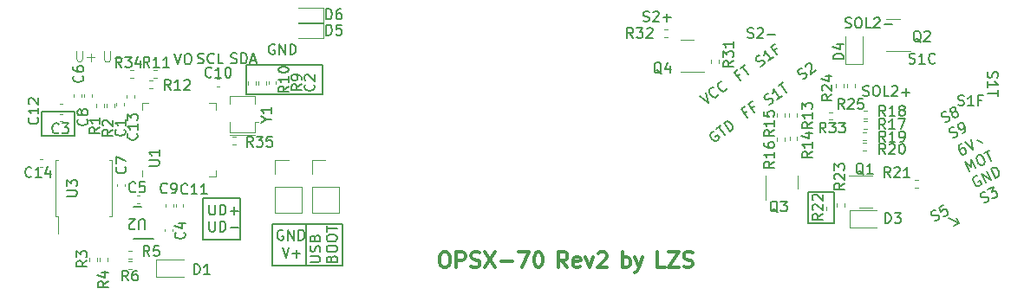
<source format=gbr>
%TF.GenerationSoftware,KiCad,Pcbnew,(7.0.0)*%
%TF.CreationDate,2023-05-05T15:28:03+08:00*%
%TF.ProjectId,opsx_x,6f707378-5f78-42e6-9b69-6361645f7063,2*%
%TF.SameCoordinates,PX18392c0PY51a2700*%
%TF.FileFunction,Legend,Top*%
%TF.FilePolarity,Positive*%
%FSLAX46Y46*%
G04 Gerber Fmt 4.6, Leading zero omitted, Abs format (unit mm)*
G04 Created by KiCad (PCBNEW (7.0.0)) date 2023-05-05 15:28:03*
%MOMM*%
%LPD*%
G01*
G04 APERTURE LIST*
%ADD10C,0.300000*%
%ADD11C,0.150000*%
%ADD12C,0.100000*%
%ADD13C,0.200000*%
%ADD14C,0.120000*%
G04 APERTURE END LIST*
D10*
X41317857Y3751429D02*
X41603571Y3751429D01*
X41603571Y3751429D02*
X41746428Y3680000D01*
X41746428Y3680000D02*
X41889285Y3537143D01*
X41889285Y3537143D02*
X41960714Y3251429D01*
X41960714Y3251429D02*
X41960714Y2751429D01*
X41960714Y2751429D02*
X41889285Y2465715D01*
X41889285Y2465715D02*
X41746428Y2322858D01*
X41746428Y2322858D02*
X41603571Y2251429D01*
X41603571Y2251429D02*
X41317857Y2251429D01*
X41317857Y2251429D02*
X41175000Y2322858D01*
X41175000Y2322858D02*
X41032142Y2465715D01*
X41032142Y2465715D02*
X40960714Y2751429D01*
X40960714Y2751429D02*
X40960714Y3251429D01*
X40960714Y3251429D02*
X41032142Y3537143D01*
X41032142Y3537143D02*
X41175000Y3680000D01*
X41175000Y3680000D02*
X41317857Y3751429D01*
X42603571Y2251429D02*
X42603571Y3751429D01*
X42603571Y3751429D02*
X43175000Y3751429D01*
X43175000Y3751429D02*
X43317857Y3680000D01*
X43317857Y3680000D02*
X43389286Y3608572D01*
X43389286Y3608572D02*
X43460714Y3465715D01*
X43460714Y3465715D02*
X43460714Y3251429D01*
X43460714Y3251429D02*
X43389286Y3108572D01*
X43389286Y3108572D02*
X43317857Y3037143D01*
X43317857Y3037143D02*
X43175000Y2965715D01*
X43175000Y2965715D02*
X42603571Y2965715D01*
X44032143Y2322858D02*
X44246429Y2251429D01*
X44246429Y2251429D02*
X44603571Y2251429D01*
X44603571Y2251429D02*
X44746429Y2322858D01*
X44746429Y2322858D02*
X44817857Y2394286D01*
X44817857Y2394286D02*
X44889286Y2537143D01*
X44889286Y2537143D02*
X44889286Y2680000D01*
X44889286Y2680000D02*
X44817857Y2822858D01*
X44817857Y2822858D02*
X44746429Y2894286D01*
X44746429Y2894286D02*
X44603571Y2965715D01*
X44603571Y2965715D02*
X44317857Y3037143D01*
X44317857Y3037143D02*
X44175000Y3108572D01*
X44175000Y3108572D02*
X44103571Y3180000D01*
X44103571Y3180000D02*
X44032143Y3322858D01*
X44032143Y3322858D02*
X44032143Y3465715D01*
X44032143Y3465715D02*
X44103571Y3608572D01*
X44103571Y3608572D02*
X44175000Y3680000D01*
X44175000Y3680000D02*
X44317857Y3751429D01*
X44317857Y3751429D02*
X44675000Y3751429D01*
X44675000Y3751429D02*
X44889286Y3680000D01*
X45389285Y3751429D02*
X46389285Y2251429D01*
X46389285Y3751429D02*
X45389285Y2251429D01*
X46960713Y2822858D02*
X48103571Y2822858D01*
X48674999Y3751429D02*
X49674999Y3751429D01*
X49674999Y3751429D02*
X49032142Y2251429D01*
X50532142Y3751429D02*
X50674999Y3751429D01*
X50674999Y3751429D02*
X50817856Y3680000D01*
X50817856Y3680000D02*
X50889285Y3608572D01*
X50889285Y3608572D02*
X50960713Y3465715D01*
X50960713Y3465715D02*
X51032142Y3180000D01*
X51032142Y3180000D02*
X51032142Y2822858D01*
X51032142Y2822858D02*
X50960713Y2537143D01*
X50960713Y2537143D02*
X50889285Y2394286D01*
X50889285Y2394286D02*
X50817856Y2322858D01*
X50817856Y2322858D02*
X50674999Y2251429D01*
X50674999Y2251429D02*
X50532142Y2251429D01*
X50532142Y2251429D02*
X50389285Y2322858D01*
X50389285Y2322858D02*
X50317856Y2394286D01*
X50317856Y2394286D02*
X50246427Y2537143D01*
X50246427Y2537143D02*
X50174999Y2822858D01*
X50174999Y2822858D02*
X50174999Y3180000D01*
X50174999Y3180000D02*
X50246427Y3465715D01*
X50246427Y3465715D02*
X50317856Y3608572D01*
X50317856Y3608572D02*
X50389285Y3680000D01*
X50389285Y3680000D02*
X50532142Y3751429D01*
X53432141Y2251429D02*
X52932141Y2965715D01*
X52574998Y2251429D02*
X52574998Y3751429D01*
X52574998Y3751429D02*
X53146427Y3751429D01*
X53146427Y3751429D02*
X53289284Y3680000D01*
X53289284Y3680000D02*
X53360713Y3608572D01*
X53360713Y3608572D02*
X53432141Y3465715D01*
X53432141Y3465715D02*
X53432141Y3251429D01*
X53432141Y3251429D02*
X53360713Y3108572D01*
X53360713Y3108572D02*
X53289284Y3037143D01*
X53289284Y3037143D02*
X53146427Y2965715D01*
X53146427Y2965715D02*
X52574998Y2965715D01*
X54646427Y2322858D02*
X54503570Y2251429D01*
X54503570Y2251429D02*
X54217856Y2251429D01*
X54217856Y2251429D02*
X54074998Y2322858D01*
X54074998Y2322858D02*
X54003570Y2465715D01*
X54003570Y2465715D02*
X54003570Y3037143D01*
X54003570Y3037143D02*
X54074998Y3180000D01*
X54074998Y3180000D02*
X54217856Y3251429D01*
X54217856Y3251429D02*
X54503570Y3251429D01*
X54503570Y3251429D02*
X54646427Y3180000D01*
X54646427Y3180000D02*
X54717856Y3037143D01*
X54717856Y3037143D02*
X54717856Y2894286D01*
X54717856Y2894286D02*
X54003570Y2751429D01*
X55217855Y3251429D02*
X55574998Y2251429D01*
X55574998Y2251429D02*
X55932141Y3251429D01*
X56432141Y3608572D02*
X56503569Y3680000D01*
X56503569Y3680000D02*
X56646427Y3751429D01*
X56646427Y3751429D02*
X57003569Y3751429D01*
X57003569Y3751429D02*
X57146427Y3680000D01*
X57146427Y3680000D02*
X57217855Y3608572D01*
X57217855Y3608572D02*
X57289284Y3465715D01*
X57289284Y3465715D02*
X57289284Y3322858D01*
X57289284Y3322858D02*
X57217855Y3108572D01*
X57217855Y3108572D02*
X56360712Y2251429D01*
X56360712Y2251429D02*
X57289284Y2251429D01*
X58832140Y2251429D02*
X58832140Y3751429D01*
X58832140Y3180000D02*
X58974998Y3251429D01*
X58974998Y3251429D02*
X59260712Y3251429D01*
X59260712Y3251429D02*
X59403569Y3180000D01*
X59403569Y3180000D02*
X59474998Y3108572D01*
X59474998Y3108572D02*
X59546426Y2965715D01*
X59546426Y2965715D02*
X59546426Y2537143D01*
X59546426Y2537143D02*
X59474998Y2394286D01*
X59474998Y2394286D02*
X59403569Y2322858D01*
X59403569Y2322858D02*
X59260712Y2251429D01*
X59260712Y2251429D02*
X58974998Y2251429D01*
X58974998Y2251429D02*
X58832140Y2322858D01*
X60046426Y3251429D02*
X60403569Y2251429D01*
X60760712Y3251429D02*
X60403569Y2251429D01*
X60403569Y2251429D02*
X60260712Y1894286D01*
X60260712Y1894286D02*
X60189283Y1822858D01*
X60189283Y1822858D02*
X60046426Y1751429D01*
X62946426Y2251429D02*
X62232140Y2251429D01*
X62232140Y2251429D02*
X62232140Y3751429D01*
X63303569Y3751429D02*
X64303569Y3751429D01*
X64303569Y3751429D02*
X63303569Y2251429D01*
X63303569Y2251429D02*
X64303569Y2251429D01*
X64803569Y2322858D02*
X65017855Y2251429D01*
X65017855Y2251429D02*
X65374997Y2251429D01*
X65374997Y2251429D02*
X65517855Y2322858D01*
X65517855Y2322858D02*
X65589283Y2394286D01*
X65589283Y2394286D02*
X65660712Y2537143D01*
X65660712Y2537143D02*
X65660712Y2680000D01*
X65660712Y2680000D02*
X65589283Y2822858D01*
X65589283Y2822858D02*
X65517855Y2894286D01*
X65517855Y2894286D02*
X65374997Y2965715D01*
X65374997Y2965715D02*
X65089283Y3037143D01*
X65089283Y3037143D02*
X64946426Y3108572D01*
X64946426Y3108572D02*
X64874997Y3180000D01*
X64874997Y3180000D02*
X64803569Y3322858D01*
X64803569Y3322858D02*
X64803569Y3465715D01*
X64803569Y3465715D02*
X64874997Y3608572D01*
X64874997Y3608572D02*
X64946426Y3680000D01*
X64946426Y3680000D02*
X65089283Y3751429D01*
X65089283Y3751429D02*
X65446426Y3751429D01*
X65446426Y3751429D02*
X65660712Y3680000D01*
D11*
X17875000Y9000000D02*
X21525000Y9000000D01*
X21525000Y9000000D02*
X21525000Y5000000D01*
X21525000Y5000000D02*
X17875000Y5000000D01*
X17875000Y5000000D02*
X17875000Y9000000D01*
X24650000Y6525000D02*
X27950000Y6525000D01*
X27950000Y6525000D02*
X27950000Y2425000D01*
X27950000Y2425000D02*
X24650000Y2425000D01*
X24650000Y2425000D02*
X24650000Y6525000D01*
X91440000Y7114000D02*
X91694000Y6606000D01*
X22075000Y22050000D02*
X29550000Y22050000D01*
X29550000Y22050000D02*
X29550000Y19225000D01*
X29550000Y19225000D02*
X22075000Y19225000D01*
X22075000Y19225000D02*
X22075000Y22050000D01*
X93980000Y14480000D02*
X93472000Y14734000D01*
X91694000Y6606000D02*
X91186000Y6352000D01*
X27950000Y6525000D02*
X31450000Y6525000D01*
X31450000Y6525000D02*
X31450000Y2425000D01*
X31450000Y2425000D02*
X27950000Y2425000D01*
X27950000Y2425000D02*
X27950000Y6525000D01*
X76962000Y9654000D02*
X79502000Y9654000D01*
X79502000Y9654000D02*
X79502000Y6606000D01*
X79502000Y6606000D02*
X76962000Y6606000D01*
X76962000Y6606000D02*
X76962000Y9654000D01*
X2075000Y17475000D02*
X5300000Y17475000D01*
X5300000Y17475000D02*
X5300000Y15100000D01*
X5300000Y15100000D02*
X2075000Y15100000D01*
X2075000Y15100000D02*
X2075000Y17475000D01*
X90678000Y7114000D02*
X91694000Y6606000D01*
X91694000Y6606000D02*
X91440000Y7114000D01*
X25595238Y4217620D02*
X25928571Y3217620D01*
X25928571Y3217620D02*
X26261904Y4217620D01*
X26595238Y3598572D02*
X27357143Y3598572D01*
X26976190Y3217620D02*
X26976190Y3979524D01*
X18463095Y8387620D02*
X18463095Y7578096D01*
X18463095Y7578096D02*
X18510714Y7482858D01*
X18510714Y7482858D02*
X18558333Y7435239D01*
X18558333Y7435239D02*
X18653571Y7387620D01*
X18653571Y7387620D02*
X18844047Y7387620D01*
X18844047Y7387620D02*
X18939285Y7435239D01*
X18939285Y7435239D02*
X18986904Y7482858D01*
X18986904Y7482858D02*
X19034523Y7578096D01*
X19034523Y7578096D02*
X19034523Y8387620D01*
X19510714Y7387620D02*
X19510714Y8387620D01*
X19510714Y8387620D02*
X19748809Y8387620D01*
X19748809Y8387620D02*
X19891666Y8340000D01*
X19891666Y8340000D02*
X19986904Y8244762D01*
X19986904Y8244762D02*
X20034523Y8149524D01*
X20034523Y8149524D02*
X20082142Y7959048D01*
X20082142Y7959048D02*
X20082142Y7816191D01*
X20082142Y7816191D02*
X20034523Y7625715D01*
X20034523Y7625715D02*
X19986904Y7530477D01*
X19986904Y7530477D02*
X19891666Y7435239D01*
X19891666Y7435239D02*
X19748809Y7387620D01*
X19748809Y7387620D02*
X19510714Y7387620D01*
X20510714Y7768572D02*
X21272619Y7768572D01*
X20891666Y7387620D02*
X20891666Y8149524D01*
X18463095Y6767620D02*
X18463095Y5958096D01*
X18463095Y5958096D02*
X18510714Y5862858D01*
X18510714Y5862858D02*
X18558333Y5815239D01*
X18558333Y5815239D02*
X18653571Y5767620D01*
X18653571Y5767620D02*
X18844047Y5767620D01*
X18844047Y5767620D02*
X18939285Y5815239D01*
X18939285Y5815239D02*
X18986904Y5862858D01*
X18986904Y5862858D02*
X19034523Y5958096D01*
X19034523Y5958096D02*
X19034523Y6767620D01*
X19510714Y5767620D02*
X19510714Y6767620D01*
X19510714Y6767620D02*
X19748809Y6767620D01*
X19748809Y6767620D02*
X19891666Y6720000D01*
X19891666Y6720000D02*
X19986904Y6624762D01*
X19986904Y6624762D02*
X20034523Y6529524D01*
X20034523Y6529524D02*
X20082142Y6339048D01*
X20082142Y6339048D02*
X20082142Y6196191D01*
X20082142Y6196191D02*
X20034523Y6005715D01*
X20034523Y6005715D02*
X19986904Y5910477D01*
X19986904Y5910477D02*
X19891666Y5815239D01*
X19891666Y5815239D02*
X19748809Y5767620D01*
X19748809Y5767620D02*
X19510714Y5767620D01*
X20510714Y6148572D02*
X21272619Y6148572D01*
X25661904Y5870000D02*
X25566666Y5917620D01*
X25566666Y5917620D02*
X25423809Y5917620D01*
X25423809Y5917620D02*
X25280952Y5870000D01*
X25280952Y5870000D02*
X25185714Y5774762D01*
X25185714Y5774762D02*
X25138095Y5679524D01*
X25138095Y5679524D02*
X25090476Y5489048D01*
X25090476Y5489048D02*
X25090476Y5346191D01*
X25090476Y5346191D02*
X25138095Y5155715D01*
X25138095Y5155715D02*
X25185714Y5060477D01*
X25185714Y5060477D02*
X25280952Y4965239D01*
X25280952Y4965239D02*
X25423809Y4917620D01*
X25423809Y4917620D02*
X25519047Y4917620D01*
X25519047Y4917620D02*
X25661904Y4965239D01*
X25661904Y4965239D02*
X25709523Y5012858D01*
X25709523Y5012858D02*
X25709523Y5346191D01*
X25709523Y5346191D02*
X25519047Y5346191D01*
X26138095Y4917620D02*
X26138095Y5917620D01*
X26138095Y5917620D02*
X26709523Y4917620D01*
X26709523Y4917620D02*
X26709523Y5917620D01*
X27185714Y4917620D02*
X27185714Y5917620D01*
X27185714Y5917620D02*
X27423809Y5917620D01*
X27423809Y5917620D02*
X27566666Y5870000D01*
X27566666Y5870000D02*
X27661904Y5774762D01*
X27661904Y5774762D02*
X27709523Y5679524D01*
X27709523Y5679524D02*
X27757142Y5489048D01*
X27757142Y5489048D02*
X27757142Y5346191D01*
X27757142Y5346191D02*
X27709523Y5155715D01*
X27709523Y5155715D02*
X27661904Y5060477D01*
X27661904Y5060477D02*
X27566666Y4965239D01*
X27566666Y4965239D02*
X27423809Y4917620D01*
X27423809Y4917620D02*
X27185714Y4917620D01*
X28312380Y2788096D02*
X29121904Y2788096D01*
X29121904Y2788096D02*
X29217142Y2835715D01*
X29217142Y2835715D02*
X29264761Y2883334D01*
X29264761Y2883334D02*
X29312380Y2978572D01*
X29312380Y2978572D02*
X29312380Y3169048D01*
X29312380Y3169048D02*
X29264761Y3264286D01*
X29264761Y3264286D02*
X29217142Y3311905D01*
X29217142Y3311905D02*
X29121904Y3359524D01*
X29121904Y3359524D02*
X28312380Y3359524D01*
X29264761Y3788096D02*
X29312380Y3930953D01*
X29312380Y3930953D02*
X29312380Y4169048D01*
X29312380Y4169048D02*
X29264761Y4264286D01*
X29264761Y4264286D02*
X29217142Y4311905D01*
X29217142Y4311905D02*
X29121904Y4359524D01*
X29121904Y4359524D02*
X29026666Y4359524D01*
X29026666Y4359524D02*
X28931428Y4311905D01*
X28931428Y4311905D02*
X28883809Y4264286D01*
X28883809Y4264286D02*
X28836190Y4169048D01*
X28836190Y4169048D02*
X28788571Y3978572D01*
X28788571Y3978572D02*
X28740952Y3883334D01*
X28740952Y3883334D02*
X28693333Y3835715D01*
X28693333Y3835715D02*
X28598095Y3788096D01*
X28598095Y3788096D02*
X28502857Y3788096D01*
X28502857Y3788096D02*
X28407619Y3835715D01*
X28407619Y3835715D02*
X28360000Y3883334D01*
X28360000Y3883334D02*
X28312380Y3978572D01*
X28312380Y3978572D02*
X28312380Y4216667D01*
X28312380Y4216667D02*
X28360000Y4359524D01*
X28788571Y5121429D02*
X28836190Y5264286D01*
X28836190Y5264286D02*
X28883809Y5311905D01*
X28883809Y5311905D02*
X28979047Y5359524D01*
X28979047Y5359524D02*
X29121904Y5359524D01*
X29121904Y5359524D02*
X29217142Y5311905D01*
X29217142Y5311905D02*
X29264761Y5264286D01*
X29264761Y5264286D02*
X29312380Y5169048D01*
X29312380Y5169048D02*
X29312380Y4788096D01*
X29312380Y4788096D02*
X28312380Y4788096D01*
X28312380Y4788096D02*
X28312380Y5121429D01*
X28312380Y5121429D02*
X28360000Y5216667D01*
X28360000Y5216667D02*
X28407619Y5264286D01*
X28407619Y5264286D02*
X28502857Y5311905D01*
X28502857Y5311905D02*
X28598095Y5311905D01*
X28598095Y5311905D02*
X28693333Y5264286D01*
X28693333Y5264286D02*
X28740952Y5216667D01*
X28740952Y5216667D02*
X28788571Y5121429D01*
X28788571Y5121429D02*
X28788571Y4788096D01*
X30408571Y3121429D02*
X30456190Y3264286D01*
X30456190Y3264286D02*
X30503809Y3311905D01*
X30503809Y3311905D02*
X30599047Y3359524D01*
X30599047Y3359524D02*
X30741904Y3359524D01*
X30741904Y3359524D02*
X30837142Y3311905D01*
X30837142Y3311905D02*
X30884761Y3264286D01*
X30884761Y3264286D02*
X30932380Y3169048D01*
X30932380Y3169048D02*
X30932380Y2788096D01*
X30932380Y2788096D02*
X29932380Y2788096D01*
X29932380Y2788096D02*
X29932380Y3121429D01*
X29932380Y3121429D02*
X29980000Y3216667D01*
X29980000Y3216667D02*
X30027619Y3264286D01*
X30027619Y3264286D02*
X30122857Y3311905D01*
X30122857Y3311905D02*
X30218095Y3311905D01*
X30218095Y3311905D02*
X30313333Y3264286D01*
X30313333Y3264286D02*
X30360952Y3216667D01*
X30360952Y3216667D02*
X30408571Y3121429D01*
X30408571Y3121429D02*
X30408571Y2788096D01*
X29932380Y3978572D02*
X29932380Y4169048D01*
X29932380Y4169048D02*
X29980000Y4264286D01*
X29980000Y4264286D02*
X30075238Y4359524D01*
X30075238Y4359524D02*
X30265714Y4407143D01*
X30265714Y4407143D02*
X30599047Y4407143D01*
X30599047Y4407143D02*
X30789523Y4359524D01*
X30789523Y4359524D02*
X30884761Y4264286D01*
X30884761Y4264286D02*
X30932380Y4169048D01*
X30932380Y4169048D02*
X30932380Y3978572D01*
X30932380Y3978572D02*
X30884761Y3883334D01*
X30884761Y3883334D02*
X30789523Y3788096D01*
X30789523Y3788096D02*
X30599047Y3740477D01*
X30599047Y3740477D02*
X30265714Y3740477D01*
X30265714Y3740477D02*
X30075238Y3788096D01*
X30075238Y3788096D02*
X29980000Y3883334D01*
X29980000Y3883334D02*
X29932380Y3978572D01*
X29932380Y5026191D02*
X29932380Y5216667D01*
X29932380Y5216667D02*
X29980000Y5311905D01*
X29980000Y5311905D02*
X30075238Y5407143D01*
X30075238Y5407143D02*
X30265714Y5454762D01*
X30265714Y5454762D02*
X30599047Y5454762D01*
X30599047Y5454762D02*
X30789523Y5407143D01*
X30789523Y5407143D02*
X30884761Y5311905D01*
X30884761Y5311905D02*
X30932380Y5216667D01*
X30932380Y5216667D02*
X30932380Y5026191D01*
X30932380Y5026191D02*
X30884761Y4930953D01*
X30884761Y4930953D02*
X30789523Y4835715D01*
X30789523Y4835715D02*
X30599047Y4788096D01*
X30599047Y4788096D02*
X30265714Y4788096D01*
X30265714Y4788096D02*
X30075238Y4835715D01*
X30075238Y4835715D02*
X29980000Y4930953D01*
X29980000Y4930953D02*
X29932380Y5026191D01*
X29932380Y5740477D02*
X29932380Y6311905D01*
X30932380Y6026191D02*
X29932380Y6026191D01*
%TO.C,U2*%
X12186904Y5973381D02*
X12186904Y6782905D01*
X12186904Y6782905D02*
X12139285Y6878143D01*
X12139285Y6878143D02*
X12091666Y6925762D01*
X12091666Y6925762D02*
X11996428Y6973381D01*
X11996428Y6973381D02*
X11805952Y6973381D01*
X11805952Y6973381D02*
X11710714Y6925762D01*
X11710714Y6925762D02*
X11663095Y6878143D01*
X11663095Y6878143D02*
X11615476Y6782905D01*
X11615476Y6782905D02*
X11615476Y5973381D01*
X11186904Y6068620D02*
X11139285Y6021000D01*
X11139285Y6021000D02*
X11044047Y5973381D01*
X11044047Y5973381D02*
X10805952Y5973381D01*
X10805952Y5973381D02*
X10710714Y6021000D01*
X10710714Y6021000D02*
X10663095Y6068620D01*
X10663095Y6068620D02*
X10615476Y6163858D01*
X10615476Y6163858D02*
X10615476Y6259096D01*
X10615476Y6259096D02*
X10663095Y6401953D01*
X10663095Y6401953D02*
X11234523Y6973381D01*
X11234523Y6973381D02*
X10615476Y6973381D01*
%TO.C,sx1*%
X70955316Y17525524D02*
X70685644Y17329596D01*
X70993532Y16905825D02*
X70405746Y17714842D01*
X70405746Y17714842D02*
X70790993Y17994740D01*
X71648760Y18029340D02*
X71379087Y17833412D01*
X71686975Y17409641D02*
X71099190Y18218658D01*
X71099190Y18218658D02*
X71484436Y18498556D01*
X90295831Y16471312D02*
X90445105Y16491137D01*
X90445105Y16491137D02*
X90659104Y16595511D01*
X90659104Y16595511D02*
X90723828Y16680061D01*
X90723828Y16680061D02*
X90745753Y16743735D01*
X90745753Y16743735D02*
X90746803Y16850209D01*
X90746803Y16850209D02*
X90705054Y16935809D01*
X90705054Y16935809D02*
X90620504Y17000533D01*
X90620504Y17000533D02*
X90556830Y17022458D01*
X90556830Y17022458D02*
X90450356Y17023508D01*
X90450356Y17023508D02*
X90258282Y16982809D01*
X90258282Y16982809D02*
X90151808Y16983859D01*
X90151808Y16983859D02*
X90088133Y17005784D01*
X90088133Y17005784D02*
X90003584Y17070508D01*
X90003584Y17070508D02*
X89961834Y17156108D01*
X89961834Y17156108D02*
X89962884Y17262582D01*
X89962884Y17262582D02*
X89984809Y17326257D01*
X89984809Y17326257D02*
X90049534Y17410806D01*
X90049534Y17410806D02*
X90263532Y17515180D01*
X90263532Y17515180D02*
X90412806Y17535005D01*
X91093401Y17443105D02*
X90986927Y17444155D01*
X90986927Y17444155D02*
X90923253Y17466080D01*
X90923253Y17466080D02*
X90838703Y17530805D01*
X90838703Y17530805D02*
X90817828Y17573604D01*
X90817828Y17573604D02*
X90818879Y17680079D01*
X90818879Y17680079D02*
X90840803Y17743753D01*
X90840803Y17743753D02*
X90905528Y17828302D01*
X90905528Y17828302D02*
X91076727Y17911802D01*
X91076727Y17911802D02*
X91183201Y17910752D01*
X91183201Y17910752D02*
X91246876Y17888827D01*
X91246876Y17888827D02*
X91331425Y17824102D01*
X91331425Y17824102D02*
X91352300Y17781302D01*
X91352300Y17781302D02*
X91351250Y17674828D01*
X91351250Y17674828D02*
X91329325Y17611154D01*
X91329325Y17611154D02*
X91264600Y17526604D01*
X91264600Y17526604D02*
X91093401Y17443105D01*
X91093401Y17443105D02*
X91028677Y17358556D01*
X91028677Y17358556D02*
X91006752Y17294881D01*
X91006752Y17294881D02*
X91005702Y17188407D01*
X91005702Y17188407D02*
X91089201Y17017208D01*
X91089201Y17017208D02*
X91173750Y16952483D01*
X91173750Y16952483D02*
X91237425Y16930558D01*
X91237425Y16930558D02*
X91343899Y16929508D01*
X91343899Y16929508D02*
X91515098Y17013008D01*
X91515098Y17013008D02*
X91579823Y17097557D01*
X91579823Y17097557D02*
X91601748Y17161231D01*
X91601748Y17161231D02*
X91602798Y17267706D01*
X91602798Y17267706D02*
X91519298Y17438905D01*
X91519298Y17438905D02*
X91434749Y17503629D01*
X91434749Y17503629D02*
X91371075Y17525554D01*
X91371075Y17525554D02*
X91264600Y17526604D01*
X91590476Y18140239D02*
X91733333Y18092620D01*
X91733333Y18092620D02*
X91971428Y18092620D01*
X91971428Y18092620D02*
X92066666Y18140239D01*
X92066666Y18140239D02*
X92114285Y18187858D01*
X92114285Y18187858D02*
X92161904Y18283096D01*
X92161904Y18283096D02*
X92161904Y18378334D01*
X92161904Y18378334D02*
X92114285Y18473572D01*
X92114285Y18473572D02*
X92066666Y18521191D01*
X92066666Y18521191D02*
X91971428Y18568810D01*
X91971428Y18568810D02*
X91780952Y18616429D01*
X91780952Y18616429D02*
X91685714Y18664048D01*
X91685714Y18664048D02*
X91638095Y18711667D01*
X91638095Y18711667D02*
X91590476Y18806905D01*
X91590476Y18806905D02*
X91590476Y18902143D01*
X91590476Y18902143D02*
X91638095Y18997381D01*
X91638095Y18997381D02*
X91685714Y19045000D01*
X91685714Y19045000D02*
X91780952Y19092620D01*
X91780952Y19092620D02*
X92019047Y19092620D01*
X92019047Y19092620D02*
X92161904Y19045000D01*
X93114285Y18092620D02*
X92542857Y18092620D01*
X92828571Y18092620D02*
X92828571Y19092620D01*
X92828571Y19092620D02*
X92733333Y18949762D01*
X92733333Y18949762D02*
X92638095Y18854524D01*
X92638095Y18854524D02*
X92542857Y18806905D01*
X93876190Y18616429D02*
X93542857Y18616429D01*
X93542857Y18092620D02*
X93542857Y19092620D01*
X93542857Y19092620D02*
X94019047Y19092620D01*
X94105831Y8597312D02*
X94255105Y8617137D01*
X94255105Y8617137D02*
X94469104Y8721511D01*
X94469104Y8721511D02*
X94533828Y8806061D01*
X94533828Y8806061D02*
X94555753Y8869735D01*
X94555753Y8869735D02*
X94556803Y8976209D01*
X94556803Y8976209D02*
X94515054Y9061809D01*
X94515054Y9061809D02*
X94430504Y9126533D01*
X94430504Y9126533D02*
X94366830Y9148458D01*
X94366830Y9148458D02*
X94260356Y9149508D01*
X94260356Y9149508D02*
X94068282Y9108809D01*
X94068282Y9108809D02*
X93961808Y9109859D01*
X93961808Y9109859D02*
X93898133Y9131784D01*
X93898133Y9131784D02*
X93813584Y9196508D01*
X93813584Y9196508D02*
X93771834Y9282108D01*
X93771834Y9282108D02*
X93772884Y9388582D01*
X93772884Y9388582D02*
X93794809Y9452257D01*
X93794809Y9452257D02*
X93859534Y9536806D01*
X93859534Y9536806D02*
X94073532Y9641180D01*
X94073532Y9641180D02*
X94222806Y9661005D01*
X94501529Y9849928D02*
X95057926Y10121301D01*
X95057926Y10121301D02*
X94925326Y9632779D01*
X94925326Y9632779D02*
X95053725Y9695404D01*
X95053725Y9695404D02*
X95160200Y9694354D01*
X95160200Y9694354D02*
X95223874Y9672429D01*
X95223874Y9672429D02*
X95308424Y9607704D01*
X95308424Y9607704D02*
X95412798Y9393706D01*
X95412798Y9393706D02*
X95411748Y9287231D01*
X95411748Y9287231D02*
X95389823Y9223557D01*
X95389823Y9223557D02*
X95325098Y9139008D01*
X95325098Y9139008D02*
X95068300Y9013759D01*
X95068300Y9013759D02*
X94961826Y9014809D01*
X94961826Y9014809D02*
X94898151Y9036734D01*
X89279831Y6819312D02*
X89429105Y6839137D01*
X89429105Y6839137D02*
X89643104Y6943511D01*
X89643104Y6943511D02*
X89707828Y7028061D01*
X89707828Y7028061D02*
X89729753Y7091735D01*
X89729753Y7091735D02*
X89730803Y7198209D01*
X89730803Y7198209D02*
X89689054Y7283809D01*
X89689054Y7283809D02*
X89604504Y7348533D01*
X89604504Y7348533D02*
X89540830Y7370458D01*
X89540830Y7370458D02*
X89434356Y7371508D01*
X89434356Y7371508D02*
X89242282Y7330809D01*
X89242282Y7330809D02*
X89135808Y7331859D01*
X89135808Y7331859D02*
X89072133Y7353784D01*
X89072133Y7353784D02*
X88987584Y7418508D01*
X88987584Y7418508D02*
X88945834Y7504108D01*
X88945834Y7504108D02*
X88946884Y7610582D01*
X88946884Y7610582D02*
X88968809Y7674257D01*
X88968809Y7674257D02*
X89033534Y7758806D01*
X89033534Y7758806D02*
X89247532Y7863180D01*
X89247532Y7863180D02*
X89396806Y7883005D01*
X90189126Y8322426D02*
X89761129Y8113678D01*
X89761129Y8113678D02*
X89927077Y7664806D01*
X89927077Y7664806D02*
X89949002Y7728480D01*
X89949002Y7728480D02*
X90013727Y7813030D01*
X90013727Y7813030D02*
X90227725Y7917404D01*
X90227725Y7917404D02*
X90334200Y7916354D01*
X90334200Y7916354D02*
X90397874Y7894429D01*
X90397874Y7894429D02*
X90482424Y7829704D01*
X90482424Y7829704D02*
X90586798Y7615706D01*
X90586798Y7615706D02*
X90585748Y7509231D01*
X90585748Y7509231D02*
X90563823Y7445557D01*
X90563823Y7445557D02*
X90499098Y7361008D01*
X90499098Y7361008D02*
X90285099Y7256634D01*
X90285099Y7256634D02*
X90178625Y7257684D01*
X90178625Y7257684D02*
X90114951Y7279609D01*
X24839285Y24050000D02*
X24744047Y24097620D01*
X24744047Y24097620D02*
X24601190Y24097620D01*
X24601190Y24097620D02*
X24458333Y24050000D01*
X24458333Y24050000D02*
X24363095Y23954762D01*
X24363095Y23954762D02*
X24315476Y23859524D01*
X24315476Y23859524D02*
X24267857Y23669048D01*
X24267857Y23669048D02*
X24267857Y23526191D01*
X24267857Y23526191D02*
X24315476Y23335715D01*
X24315476Y23335715D02*
X24363095Y23240477D01*
X24363095Y23240477D02*
X24458333Y23145239D01*
X24458333Y23145239D02*
X24601190Y23097620D01*
X24601190Y23097620D02*
X24696428Y23097620D01*
X24696428Y23097620D02*
X24839285Y23145239D01*
X24839285Y23145239D02*
X24886904Y23192858D01*
X24886904Y23192858D02*
X24886904Y23526191D01*
X24886904Y23526191D02*
X24696428Y23526191D01*
X25315476Y23097620D02*
X25315476Y24097620D01*
X25315476Y24097620D02*
X25886904Y23097620D01*
X25886904Y23097620D02*
X25886904Y24097620D01*
X26363095Y23097620D02*
X26363095Y24097620D01*
X26363095Y24097620D02*
X26601190Y24097620D01*
X26601190Y24097620D02*
X26744047Y24050000D01*
X26744047Y24050000D02*
X26839285Y23954762D01*
X26839285Y23954762D02*
X26886904Y23859524D01*
X26886904Y23859524D02*
X26934523Y23669048D01*
X26934523Y23669048D02*
X26934523Y23526191D01*
X26934523Y23526191D02*
X26886904Y23335715D01*
X26886904Y23335715D02*
X26839285Y23240477D01*
X26839285Y23240477D02*
X26744047Y23145239D01*
X26744047Y23145239D02*
X26601190Y23097620D01*
X26601190Y23097620D02*
X26363095Y23097620D01*
X76419919Y20685401D02*
X76563482Y20730846D01*
X76563482Y20730846D02*
X76756106Y20870794D01*
X76756106Y20870794D02*
X76805165Y20965299D01*
X76805165Y20965299D02*
X76815700Y21031813D01*
X76815700Y21031813D02*
X76798245Y21136852D01*
X76798245Y21136852D02*
X76742265Y21213901D01*
X76742265Y21213901D02*
X76647761Y21262961D01*
X76647761Y21262961D02*
X76581247Y21273496D01*
X76581247Y21273496D02*
X76476208Y21256041D01*
X76476208Y21256041D02*
X76294120Y21182606D01*
X76294120Y21182606D02*
X76189081Y21165151D01*
X76189081Y21165151D02*
X76122566Y21175686D01*
X76122566Y21175686D02*
X76028062Y21224745D01*
X76028062Y21224745D02*
X75972082Y21301795D01*
X75972082Y21301795D02*
X75954628Y21406834D01*
X75954628Y21406834D02*
X75965162Y21473348D01*
X75965162Y21473348D02*
X76014222Y21567852D01*
X76014222Y21567852D02*
X76206845Y21707801D01*
X76206845Y21707801D02*
X76350409Y21753246D01*
X76686595Y21938639D02*
X76697130Y22005154D01*
X76697130Y22005154D02*
X76746190Y22099658D01*
X76746190Y22099658D02*
X76938813Y22239607D01*
X76938813Y22239607D02*
X77043852Y22257062D01*
X77043852Y22257062D02*
X77110366Y22246527D01*
X77110366Y22246527D02*
X77204870Y22197468D01*
X77204870Y22197468D02*
X77260850Y22120418D01*
X77260850Y22120418D02*
X77306295Y21976855D01*
X77306295Y21976855D02*
X77179876Y21178682D01*
X77179876Y21178682D02*
X77680696Y21542549D01*
X80565476Y25740239D02*
X80708333Y25692620D01*
X80708333Y25692620D02*
X80946428Y25692620D01*
X80946428Y25692620D02*
X81041666Y25740239D01*
X81041666Y25740239D02*
X81089285Y25787858D01*
X81089285Y25787858D02*
X81136904Y25883096D01*
X81136904Y25883096D02*
X81136904Y25978334D01*
X81136904Y25978334D02*
X81089285Y26073572D01*
X81089285Y26073572D02*
X81041666Y26121191D01*
X81041666Y26121191D02*
X80946428Y26168810D01*
X80946428Y26168810D02*
X80755952Y26216429D01*
X80755952Y26216429D02*
X80660714Y26264048D01*
X80660714Y26264048D02*
X80613095Y26311667D01*
X80613095Y26311667D02*
X80565476Y26406905D01*
X80565476Y26406905D02*
X80565476Y26502143D01*
X80565476Y26502143D02*
X80613095Y26597381D01*
X80613095Y26597381D02*
X80660714Y26645000D01*
X80660714Y26645000D02*
X80755952Y26692620D01*
X80755952Y26692620D02*
X80994047Y26692620D01*
X80994047Y26692620D02*
X81136904Y26645000D01*
X81755952Y26692620D02*
X81946428Y26692620D01*
X81946428Y26692620D02*
X82041666Y26645000D01*
X82041666Y26645000D02*
X82136904Y26549762D01*
X82136904Y26549762D02*
X82184523Y26359286D01*
X82184523Y26359286D02*
X82184523Y26025953D01*
X82184523Y26025953D02*
X82136904Y25835477D01*
X82136904Y25835477D02*
X82041666Y25740239D01*
X82041666Y25740239D02*
X81946428Y25692620D01*
X81946428Y25692620D02*
X81755952Y25692620D01*
X81755952Y25692620D02*
X81660714Y25740239D01*
X81660714Y25740239D02*
X81565476Y25835477D01*
X81565476Y25835477D02*
X81517857Y26025953D01*
X81517857Y26025953D02*
X81517857Y26359286D01*
X81517857Y26359286D02*
X81565476Y26549762D01*
X81565476Y26549762D02*
X81660714Y26645000D01*
X81660714Y26645000D02*
X81755952Y26692620D01*
X83089285Y25692620D02*
X82613095Y25692620D01*
X82613095Y25692620D02*
X82613095Y26692620D01*
X83375000Y26597381D02*
X83422619Y26645000D01*
X83422619Y26645000D02*
X83517857Y26692620D01*
X83517857Y26692620D02*
X83755952Y26692620D01*
X83755952Y26692620D02*
X83851190Y26645000D01*
X83851190Y26645000D02*
X83898809Y26597381D01*
X83898809Y26597381D02*
X83946428Y26502143D01*
X83946428Y26502143D02*
X83946428Y26406905D01*
X83946428Y26406905D02*
X83898809Y26264048D01*
X83898809Y26264048D02*
X83327381Y25692620D01*
X83327381Y25692620D02*
X83946428Y25692620D01*
X84375000Y26073572D02*
X85136905Y26073572D01*
X92719912Y11672142D02*
X92281541Y12570936D01*
X92281541Y12570936D02*
X92894261Y12075064D01*
X92894261Y12075064D02*
X92880737Y12863183D01*
X92880737Y12863183D02*
X93319108Y11964389D01*
X93479933Y13155430D02*
X93651132Y13238930D01*
X93651132Y13238930D02*
X93757606Y13237880D01*
X93757606Y13237880D02*
X93884955Y13194030D01*
X93884955Y13194030D02*
X94011254Y13043706D01*
X94011254Y13043706D02*
X94157378Y12744108D01*
X94157378Y12744108D02*
X94198077Y12552034D01*
X94198077Y12552034D02*
X94154227Y12424685D01*
X94154227Y12424685D02*
X94089503Y12340136D01*
X94089503Y12340136D02*
X93918304Y12256636D01*
X93918304Y12256636D02*
X93811830Y12257686D01*
X93811830Y12257686D02*
X93684481Y12301536D01*
X93684481Y12301536D02*
X93558182Y12451860D01*
X93558182Y12451860D02*
X93412058Y12751458D01*
X93412058Y12751458D02*
X93371358Y12943532D01*
X93371358Y12943532D02*
X93415208Y13070881D01*
X93415208Y13070881D02*
X93479933Y13155430D01*
X94121928Y13468553D02*
X94635525Y13719050D01*
X94817098Y12695008D02*
X94378727Y13593802D01*
X94499238Y21401524D02*
X94451619Y21258667D01*
X94451619Y21258667D02*
X94451619Y21020572D01*
X94451619Y21020572D02*
X94499238Y20925334D01*
X94499238Y20925334D02*
X94546857Y20877715D01*
X94546857Y20877715D02*
X94642095Y20830096D01*
X94642095Y20830096D02*
X94737333Y20830096D01*
X94737333Y20830096D02*
X94832571Y20877715D01*
X94832571Y20877715D02*
X94880190Y20925334D01*
X94880190Y20925334D02*
X94927809Y21020572D01*
X94927809Y21020572D02*
X94975428Y21211048D01*
X94975428Y21211048D02*
X95023047Y21306286D01*
X95023047Y21306286D02*
X95070666Y21353905D01*
X95070666Y21353905D02*
X95165904Y21401524D01*
X95165904Y21401524D02*
X95261142Y21401524D01*
X95261142Y21401524D02*
X95356380Y21353905D01*
X95356380Y21353905D02*
X95404000Y21306286D01*
X95404000Y21306286D02*
X95451619Y21211048D01*
X95451619Y21211048D02*
X95451619Y20972953D01*
X95451619Y20972953D02*
X95404000Y20830096D01*
X94451619Y19877715D02*
X94451619Y20449143D01*
X94451619Y20163429D02*
X95451619Y20163429D01*
X95451619Y20163429D02*
X95308761Y20258667D01*
X95308761Y20258667D02*
X95213523Y20353905D01*
X95213523Y20353905D02*
X95165904Y20449143D01*
X95451619Y19592000D02*
X95451619Y19020572D01*
X94451619Y19306286D02*
X95451619Y19306286D01*
X93449613Y11192009D02*
X93343139Y11193059D01*
X93343139Y11193059D02*
X93214740Y11130435D01*
X93214740Y11130435D02*
X93107215Y11025011D01*
X93107215Y11025011D02*
X93063366Y10897662D01*
X93063366Y10897662D02*
X93062316Y10791187D01*
X93062316Y10791187D02*
X93103015Y10599114D01*
X93103015Y10599114D02*
X93165640Y10470715D01*
X93165640Y10470715D02*
X93291939Y10320391D01*
X93291939Y10320391D02*
X93376488Y10255666D01*
X93376488Y10255666D02*
X93503837Y10211816D01*
X93503837Y10211816D02*
X93653111Y10231641D01*
X93653111Y10231641D02*
X93738710Y10273391D01*
X93738710Y10273391D02*
X93846235Y10378815D01*
X93846235Y10378815D02*
X93868160Y10442489D01*
X93868160Y10442489D02*
X93722036Y10742087D01*
X93722036Y10742087D02*
X93550837Y10658588D01*
X94295107Y10544763D02*
X93856735Y11443557D01*
X93856735Y11443557D02*
X94808703Y10795261D01*
X94808703Y10795261D02*
X94370332Y11694055D01*
X95236700Y11004009D02*
X94798329Y11902803D01*
X94798329Y11902803D02*
X95012328Y12007177D01*
X95012328Y12007177D02*
X95161602Y12027002D01*
X95161602Y12027002D02*
X95288951Y11983152D01*
X95288951Y11983152D02*
X95373500Y11918428D01*
X95373500Y11918428D02*
X95499799Y11768104D01*
X95499799Y11768104D02*
X95562424Y11639704D01*
X95562424Y11639704D02*
X95603123Y11447631D01*
X95603123Y11447631D02*
X95602073Y11341156D01*
X95602073Y11341156D02*
X95558223Y11213807D01*
X95558223Y11213807D02*
X95450699Y11108383D01*
X95450699Y11108383D02*
X95236700Y11004009D01*
X91057831Y14947312D02*
X91207105Y14967137D01*
X91207105Y14967137D02*
X91421104Y15071511D01*
X91421104Y15071511D02*
X91485828Y15156061D01*
X91485828Y15156061D02*
X91507753Y15219735D01*
X91507753Y15219735D02*
X91508803Y15326209D01*
X91508803Y15326209D02*
X91467054Y15411809D01*
X91467054Y15411809D02*
X91382504Y15476533D01*
X91382504Y15476533D02*
X91318830Y15498458D01*
X91318830Y15498458D02*
X91212356Y15499508D01*
X91212356Y15499508D02*
X91020282Y15458809D01*
X91020282Y15458809D02*
X90913808Y15459859D01*
X90913808Y15459859D02*
X90850133Y15481784D01*
X90850133Y15481784D02*
X90765584Y15546508D01*
X90765584Y15546508D02*
X90723834Y15632108D01*
X90723834Y15632108D02*
X90724884Y15738582D01*
X90724884Y15738582D02*
X90746809Y15802257D01*
X90746809Y15802257D02*
X90811534Y15886806D01*
X90811534Y15886806D02*
X91025532Y15991180D01*
X91025532Y15991180D02*
X91174806Y16011005D01*
X92020300Y15363759D02*
X92191499Y15447258D01*
X92191499Y15447258D02*
X92256223Y15531807D01*
X92256223Y15531807D02*
X92278148Y15595482D01*
X92278148Y15595482D02*
X92301123Y15765631D01*
X92301123Y15765631D02*
X92260424Y15957704D01*
X92260424Y15957704D02*
X92093425Y16300102D01*
X92093425Y16300102D02*
X92008876Y16364827D01*
X92008876Y16364827D02*
X91945201Y16386752D01*
X91945201Y16386752D02*
X91838727Y16387802D01*
X91838727Y16387802D02*
X91667528Y16304302D01*
X91667528Y16304302D02*
X91602803Y16219753D01*
X91602803Y16219753D02*
X91580879Y16156079D01*
X91580879Y16156079D02*
X91579828Y16049604D01*
X91579828Y16049604D02*
X91684203Y15835606D01*
X91684203Y15835606D02*
X91768752Y15770881D01*
X91768752Y15770881D02*
X91832426Y15748956D01*
X91832426Y15748956D02*
X91938901Y15747906D01*
X91938901Y15747906D02*
X92110100Y15831405D01*
X92110100Y15831405D02*
X92174824Y15915955D01*
X92174824Y15915955D02*
X92196749Y15979629D01*
X92196749Y15979629D02*
X92197799Y16086103D01*
X66369873Y18991118D02*
X67227330Y18378030D01*
X67227330Y18378030D02*
X66909217Y19382975D01*
X68172991Y19182813D02*
X68162456Y19116299D01*
X68162456Y19116299D02*
X68074872Y18993805D01*
X68074872Y18993805D02*
X67997823Y18937825D01*
X67997823Y18937825D02*
X67854259Y18892380D01*
X67854259Y18892380D02*
X67721230Y18913450D01*
X67721230Y18913450D02*
X67626726Y18962510D01*
X67626726Y18962510D02*
X67476242Y19088618D01*
X67476242Y19088618D02*
X67392273Y19204192D01*
X67392273Y19204192D02*
X67318839Y19386280D01*
X67318839Y19386280D02*
X67301384Y19491319D01*
X67301384Y19491319D02*
X67322453Y19624348D01*
X67322453Y19624348D02*
X67410038Y19746842D01*
X67410038Y19746842D02*
X67487087Y19802822D01*
X67487087Y19802822D02*
X67630650Y19848266D01*
X67630650Y19848266D02*
X67697165Y19837732D01*
X68982008Y19770598D02*
X68971473Y19704084D01*
X68971473Y19704084D02*
X68883889Y19581590D01*
X68883889Y19581590D02*
X68806840Y19525610D01*
X68806840Y19525610D02*
X68663276Y19480166D01*
X68663276Y19480166D02*
X68530247Y19501235D01*
X68530247Y19501235D02*
X68435743Y19550295D01*
X68435743Y19550295D02*
X68285259Y19676404D01*
X68285259Y19676404D02*
X68201290Y19791977D01*
X68201290Y19791977D02*
X68127856Y19974066D01*
X68127856Y19974066D02*
X68110401Y20079105D01*
X68110401Y20079105D02*
X68131470Y20212133D01*
X68131470Y20212133D02*
X68219055Y20334627D01*
X68219055Y20334627D02*
X68296104Y20390607D01*
X68296104Y20390607D02*
X68439667Y20436052D01*
X68439667Y20436052D02*
X68506182Y20425517D01*
X70270366Y21137504D02*
X70000693Y20941575D01*
X70308581Y20517804D02*
X69720795Y21326821D01*
X69720795Y21326821D02*
X70106042Y21606719D01*
X70298665Y21746668D02*
X70760960Y22082545D01*
X71117598Y21105590D02*
X70529813Y21914607D01*
X60840476Y26365239D02*
X60983333Y26317620D01*
X60983333Y26317620D02*
X61221428Y26317620D01*
X61221428Y26317620D02*
X61316666Y26365239D01*
X61316666Y26365239D02*
X61364285Y26412858D01*
X61364285Y26412858D02*
X61411904Y26508096D01*
X61411904Y26508096D02*
X61411904Y26603334D01*
X61411904Y26603334D02*
X61364285Y26698572D01*
X61364285Y26698572D02*
X61316666Y26746191D01*
X61316666Y26746191D02*
X61221428Y26793810D01*
X61221428Y26793810D02*
X61030952Y26841429D01*
X61030952Y26841429D02*
X60935714Y26889048D01*
X60935714Y26889048D02*
X60888095Y26936667D01*
X60888095Y26936667D02*
X60840476Y27031905D01*
X60840476Y27031905D02*
X60840476Y27127143D01*
X60840476Y27127143D02*
X60888095Y27222381D01*
X60888095Y27222381D02*
X60935714Y27270000D01*
X60935714Y27270000D02*
X61030952Y27317620D01*
X61030952Y27317620D02*
X61269047Y27317620D01*
X61269047Y27317620D02*
X61411904Y27270000D01*
X61792857Y27222381D02*
X61840476Y27270000D01*
X61840476Y27270000D02*
X61935714Y27317620D01*
X61935714Y27317620D02*
X62173809Y27317620D01*
X62173809Y27317620D02*
X62269047Y27270000D01*
X62269047Y27270000D02*
X62316666Y27222381D01*
X62316666Y27222381D02*
X62364285Y27127143D01*
X62364285Y27127143D02*
X62364285Y27031905D01*
X62364285Y27031905D02*
X62316666Y26889048D01*
X62316666Y26889048D02*
X61745238Y26317620D01*
X61745238Y26317620D02*
X62364285Y26317620D01*
X62792857Y26698572D02*
X63554762Y26698572D01*
X63173809Y26317620D02*
X63173809Y27079524D01*
X86804476Y22240639D02*
X86947333Y22193020D01*
X86947333Y22193020D02*
X87185428Y22193020D01*
X87185428Y22193020D02*
X87280666Y22240639D01*
X87280666Y22240639D02*
X87328285Y22288258D01*
X87328285Y22288258D02*
X87375904Y22383496D01*
X87375904Y22383496D02*
X87375904Y22478734D01*
X87375904Y22478734D02*
X87328285Y22573972D01*
X87328285Y22573972D02*
X87280666Y22621591D01*
X87280666Y22621591D02*
X87185428Y22669210D01*
X87185428Y22669210D02*
X86994952Y22716829D01*
X86994952Y22716829D02*
X86899714Y22764448D01*
X86899714Y22764448D02*
X86852095Y22812067D01*
X86852095Y22812067D02*
X86804476Y22907305D01*
X86804476Y22907305D02*
X86804476Y23002543D01*
X86804476Y23002543D02*
X86852095Y23097781D01*
X86852095Y23097781D02*
X86899714Y23145400D01*
X86899714Y23145400D02*
X86994952Y23193020D01*
X86994952Y23193020D02*
X87233047Y23193020D01*
X87233047Y23193020D02*
X87375904Y23145400D01*
X88328285Y22193020D02*
X87756857Y22193020D01*
X88042571Y22193020D02*
X88042571Y23193020D01*
X88042571Y23193020D02*
X87947333Y23050162D01*
X87947333Y23050162D02*
X87852095Y22954924D01*
X87852095Y22954924D02*
X87756857Y22907305D01*
X89328285Y22288258D02*
X89280666Y22240639D01*
X89280666Y22240639D02*
X89137809Y22193020D01*
X89137809Y22193020D02*
X89042571Y22193020D01*
X89042571Y22193020D02*
X88899714Y22240639D01*
X88899714Y22240639D02*
X88804476Y22335877D01*
X88804476Y22335877D02*
X88756857Y22431115D01*
X88756857Y22431115D02*
X88709238Y22621591D01*
X88709238Y22621591D02*
X88709238Y22764448D01*
X88709238Y22764448D02*
X88756857Y22954924D01*
X88756857Y22954924D02*
X88804476Y23050162D01*
X88804476Y23050162D02*
X88899714Y23145400D01*
X88899714Y23145400D02*
X89042571Y23193020D01*
X89042571Y23193020D02*
X89137809Y23193020D01*
X89137809Y23193020D02*
X89280666Y23145400D01*
X89280666Y23145400D02*
X89328285Y23097781D01*
X20580952Y22270239D02*
X20723809Y22222620D01*
X20723809Y22222620D02*
X20961904Y22222620D01*
X20961904Y22222620D02*
X21057142Y22270239D01*
X21057142Y22270239D02*
X21104761Y22317858D01*
X21104761Y22317858D02*
X21152380Y22413096D01*
X21152380Y22413096D02*
X21152380Y22508334D01*
X21152380Y22508334D02*
X21104761Y22603572D01*
X21104761Y22603572D02*
X21057142Y22651191D01*
X21057142Y22651191D02*
X20961904Y22698810D01*
X20961904Y22698810D02*
X20771428Y22746429D01*
X20771428Y22746429D02*
X20676190Y22794048D01*
X20676190Y22794048D02*
X20628571Y22841667D01*
X20628571Y22841667D02*
X20580952Y22936905D01*
X20580952Y22936905D02*
X20580952Y23032143D01*
X20580952Y23032143D02*
X20628571Y23127381D01*
X20628571Y23127381D02*
X20676190Y23175000D01*
X20676190Y23175000D02*
X20771428Y23222620D01*
X20771428Y23222620D02*
X21009523Y23222620D01*
X21009523Y23222620D02*
X21152380Y23175000D01*
X21580952Y22222620D02*
X21580952Y23222620D01*
X21580952Y23222620D02*
X21819047Y23222620D01*
X21819047Y23222620D02*
X21961904Y23175000D01*
X21961904Y23175000D02*
X22057142Y23079762D01*
X22057142Y23079762D02*
X22104761Y22984524D01*
X22104761Y22984524D02*
X22152380Y22794048D01*
X22152380Y22794048D02*
X22152380Y22651191D01*
X22152380Y22651191D02*
X22104761Y22460715D01*
X22104761Y22460715D02*
X22057142Y22365477D01*
X22057142Y22365477D02*
X21961904Y22270239D01*
X21961904Y22270239D02*
X21819047Y22222620D01*
X21819047Y22222620D02*
X21580952Y22222620D01*
X22533333Y22508334D02*
X23009523Y22508334D01*
X22438095Y22222620D02*
X22771428Y23222620D01*
X22771428Y23222620D02*
X23104761Y22222620D01*
X82315476Y19065239D02*
X82458333Y19017620D01*
X82458333Y19017620D02*
X82696428Y19017620D01*
X82696428Y19017620D02*
X82791666Y19065239D01*
X82791666Y19065239D02*
X82839285Y19112858D01*
X82839285Y19112858D02*
X82886904Y19208096D01*
X82886904Y19208096D02*
X82886904Y19303334D01*
X82886904Y19303334D02*
X82839285Y19398572D01*
X82839285Y19398572D02*
X82791666Y19446191D01*
X82791666Y19446191D02*
X82696428Y19493810D01*
X82696428Y19493810D02*
X82505952Y19541429D01*
X82505952Y19541429D02*
X82410714Y19589048D01*
X82410714Y19589048D02*
X82363095Y19636667D01*
X82363095Y19636667D02*
X82315476Y19731905D01*
X82315476Y19731905D02*
X82315476Y19827143D01*
X82315476Y19827143D02*
X82363095Y19922381D01*
X82363095Y19922381D02*
X82410714Y19970000D01*
X82410714Y19970000D02*
X82505952Y20017620D01*
X82505952Y20017620D02*
X82744047Y20017620D01*
X82744047Y20017620D02*
X82886904Y19970000D01*
X83505952Y20017620D02*
X83696428Y20017620D01*
X83696428Y20017620D02*
X83791666Y19970000D01*
X83791666Y19970000D02*
X83886904Y19874762D01*
X83886904Y19874762D02*
X83934523Y19684286D01*
X83934523Y19684286D02*
X83934523Y19350953D01*
X83934523Y19350953D02*
X83886904Y19160477D01*
X83886904Y19160477D02*
X83791666Y19065239D01*
X83791666Y19065239D02*
X83696428Y19017620D01*
X83696428Y19017620D02*
X83505952Y19017620D01*
X83505952Y19017620D02*
X83410714Y19065239D01*
X83410714Y19065239D02*
X83315476Y19160477D01*
X83315476Y19160477D02*
X83267857Y19350953D01*
X83267857Y19350953D02*
X83267857Y19684286D01*
X83267857Y19684286D02*
X83315476Y19874762D01*
X83315476Y19874762D02*
X83410714Y19970000D01*
X83410714Y19970000D02*
X83505952Y20017620D01*
X84839285Y19017620D02*
X84363095Y19017620D01*
X84363095Y19017620D02*
X84363095Y20017620D01*
X85125000Y19922381D02*
X85172619Y19970000D01*
X85172619Y19970000D02*
X85267857Y20017620D01*
X85267857Y20017620D02*
X85505952Y20017620D01*
X85505952Y20017620D02*
X85601190Y19970000D01*
X85601190Y19970000D02*
X85648809Y19922381D01*
X85648809Y19922381D02*
X85696428Y19827143D01*
X85696428Y19827143D02*
X85696428Y19731905D01*
X85696428Y19731905D02*
X85648809Y19589048D01*
X85648809Y19589048D02*
X85077381Y19017620D01*
X85077381Y19017620D02*
X85696428Y19017620D01*
X86125000Y19398572D02*
X86886905Y19398572D01*
X86505952Y19017620D02*
X86505952Y19779524D01*
X17353571Y22245239D02*
X17496428Y22197620D01*
X17496428Y22197620D02*
X17734523Y22197620D01*
X17734523Y22197620D02*
X17829761Y22245239D01*
X17829761Y22245239D02*
X17877380Y22292858D01*
X17877380Y22292858D02*
X17924999Y22388096D01*
X17924999Y22388096D02*
X17924999Y22483334D01*
X17924999Y22483334D02*
X17877380Y22578572D01*
X17877380Y22578572D02*
X17829761Y22626191D01*
X17829761Y22626191D02*
X17734523Y22673810D01*
X17734523Y22673810D02*
X17544047Y22721429D01*
X17544047Y22721429D02*
X17448809Y22769048D01*
X17448809Y22769048D02*
X17401190Y22816667D01*
X17401190Y22816667D02*
X17353571Y22911905D01*
X17353571Y22911905D02*
X17353571Y23007143D01*
X17353571Y23007143D02*
X17401190Y23102381D01*
X17401190Y23102381D02*
X17448809Y23150000D01*
X17448809Y23150000D02*
X17544047Y23197620D01*
X17544047Y23197620D02*
X17782142Y23197620D01*
X17782142Y23197620D02*
X17924999Y23150000D01*
X18924999Y22292858D02*
X18877380Y22245239D01*
X18877380Y22245239D02*
X18734523Y22197620D01*
X18734523Y22197620D02*
X18639285Y22197620D01*
X18639285Y22197620D02*
X18496428Y22245239D01*
X18496428Y22245239D02*
X18401190Y22340477D01*
X18401190Y22340477D02*
X18353571Y22435715D01*
X18353571Y22435715D02*
X18305952Y22626191D01*
X18305952Y22626191D02*
X18305952Y22769048D01*
X18305952Y22769048D02*
X18353571Y22959524D01*
X18353571Y22959524D02*
X18401190Y23054762D01*
X18401190Y23054762D02*
X18496428Y23150000D01*
X18496428Y23150000D02*
X18639285Y23197620D01*
X18639285Y23197620D02*
X18734523Y23197620D01*
X18734523Y23197620D02*
X18877380Y23150000D01*
X18877380Y23150000D02*
X18924999Y23102381D01*
X19829761Y22197620D02*
X19353571Y22197620D01*
X19353571Y22197620D02*
X19353571Y23197620D01*
D12*
X8188095Y23392620D02*
X8188095Y22583096D01*
X8188095Y22583096D02*
X8235714Y22487858D01*
X8235714Y22487858D02*
X8283333Y22440239D01*
X8283333Y22440239D02*
X8378571Y22392620D01*
X8378571Y22392620D02*
X8569047Y22392620D01*
X8569047Y22392620D02*
X8664285Y22440239D01*
X8664285Y22440239D02*
X8711904Y22487858D01*
X8711904Y22487858D02*
X8759523Y22583096D01*
X8759523Y22583096D02*
X8759523Y23392620D01*
X9235714Y22773572D02*
X9997619Y22773572D01*
D11*
X72285385Y21942010D02*
X72428948Y21987455D01*
X72428948Y21987455D02*
X72621571Y22127403D01*
X72621571Y22127403D02*
X72670631Y22221908D01*
X72670631Y22221908D02*
X72681166Y22288422D01*
X72681166Y22288422D02*
X72663711Y22393461D01*
X72663711Y22393461D02*
X72607731Y22470510D01*
X72607731Y22470510D02*
X72513227Y22519570D01*
X72513227Y22519570D02*
X72446713Y22530105D01*
X72446713Y22530105D02*
X72341674Y22512650D01*
X72341674Y22512650D02*
X72159585Y22439215D01*
X72159585Y22439215D02*
X72054546Y22421760D01*
X72054546Y22421760D02*
X71988032Y22432295D01*
X71988032Y22432295D02*
X71893528Y22481354D01*
X71893528Y22481354D02*
X71837548Y22558404D01*
X71837548Y22558404D02*
X71820093Y22663443D01*
X71820093Y22663443D02*
X71830628Y22729957D01*
X71830628Y22729957D02*
X71879688Y22824461D01*
X71879688Y22824461D02*
X72072311Y22964410D01*
X72072311Y22964410D02*
X72215874Y23009855D01*
X73546162Y22799158D02*
X73083867Y22463281D01*
X73315014Y22631219D02*
X72727229Y23440236D01*
X72727229Y23440236D02*
X72734149Y23268683D01*
X72734149Y23268683D02*
X72713080Y23135654D01*
X72713080Y23135654D02*
X72664020Y23041150D01*
X73854669Y23670765D02*
X73584996Y23474837D01*
X73892884Y23051066D02*
X73305099Y23860083D01*
X73305099Y23860083D02*
X73690345Y24139981D01*
X71040476Y24740239D02*
X71183333Y24692620D01*
X71183333Y24692620D02*
X71421428Y24692620D01*
X71421428Y24692620D02*
X71516666Y24740239D01*
X71516666Y24740239D02*
X71564285Y24787858D01*
X71564285Y24787858D02*
X71611904Y24883096D01*
X71611904Y24883096D02*
X71611904Y24978334D01*
X71611904Y24978334D02*
X71564285Y25073572D01*
X71564285Y25073572D02*
X71516666Y25121191D01*
X71516666Y25121191D02*
X71421428Y25168810D01*
X71421428Y25168810D02*
X71230952Y25216429D01*
X71230952Y25216429D02*
X71135714Y25264048D01*
X71135714Y25264048D02*
X71088095Y25311667D01*
X71088095Y25311667D02*
X71040476Y25406905D01*
X71040476Y25406905D02*
X71040476Y25502143D01*
X71040476Y25502143D02*
X71088095Y25597381D01*
X71088095Y25597381D02*
X71135714Y25645000D01*
X71135714Y25645000D02*
X71230952Y25692620D01*
X71230952Y25692620D02*
X71469047Y25692620D01*
X71469047Y25692620D02*
X71611904Y25645000D01*
X71992857Y25597381D02*
X72040476Y25645000D01*
X72040476Y25645000D02*
X72135714Y25692620D01*
X72135714Y25692620D02*
X72373809Y25692620D01*
X72373809Y25692620D02*
X72469047Y25645000D01*
X72469047Y25645000D02*
X72516666Y25597381D01*
X72516666Y25597381D02*
X72564285Y25502143D01*
X72564285Y25502143D02*
X72564285Y25406905D01*
X72564285Y25406905D02*
X72516666Y25264048D01*
X72516666Y25264048D02*
X71945238Y24692620D01*
X71945238Y24692620D02*
X72564285Y24692620D01*
X72992857Y25073572D02*
X73754762Y25073572D01*
X15090476Y23147620D02*
X15423809Y22147620D01*
X15423809Y22147620D02*
X15757142Y23147620D01*
X16280952Y23147620D02*
X16471428Y23147620D01*
X16471428Y23147620D02*
X16566666Y23100000D01*
X16566666Y23100000D02*
X16661904Y23004762D01*
X16661904Y23004762D02*
X16709523Y22814286D01*
X16709523Y22814286D02*
X16709523Y22480953D01*
X16709523Y22480953D02*
X16661904Y22290477D01*
X16661904Y22290477D02*
X16566666Y22195239D01*
X16566666Y22195239D02*
X16471428Y22147620D01*
X16471428Y22147620D02*
X16280952Y22147620D01*
X16280952Y22147620D02*
X16185714Y22195239D01*
X16185714Y22195239D02*
X16090476Y22290477D01*
X16090476Y22290477D02*
X16042857Y22480953D01*
X16042857Y22480953D02*
X16042857Y22814286D01*
X16042857Y22814286D02*
X16090476Y23004762D01*
X16090476Y23004762D02*
X16185714Y23100000D01*
X16185714Y23100000D02*
X16280952Y23147620D01*
D12*
X5488095Y23442620D02*
X5488095Y22633096D01*
X5488095Y22633096D02*
X5535714Y22537858D01*
X5535714Y22537858D02*
X5583333Y22490239D01*
X5583333Y22490239D02*
X5678571Y22442620D01*
X5678571Y22442620D02*
X5869047Y22442620D01*
X5869047Y22442620D02*
X5964285Y22490239D01*
X5964285Y22490239D02*
X6011904Y22537858D01*
X6011904Y22537858D02*
X6059523Y22633096D01*
X6059523Y22633096D02*
X6059523Y23442620D01*
X6535714Y22823572D02*
X7297619Y22823572D01*
X6916666Y22442620D02*
X6916666Y23204524D01*
D11*
X67723965Y15590430D02*
X67618926Y15572975D01*
X67618926Y15572975D02*
X67503352Y15489006D01*
X67503352Y15489006D02*
X67415768Y15366512D01*
X67415768Y15366512D02*
X67394699Y15233483D01*
X67394699Y15233483D02*
X67412154Y15128444D01*
X67412154Y15128444D02*
X67485588Y14946356D01*
X67485588Y14946356D02*
X67569557Y14830782D01*
X67569557Y14830782D02*
X67720041Y14704673D01*
X67720041Y14704673D02*
X67814545Y14655614D01*
X67814545Y14655614D02*
X67947574Y14634544D01*
X67947574Y14634544D02*
X68091138Y14679989D01*
X68091138Y14679989D02*
X68168187Y14735968D01*
X68168187Y14735968D02*
X68255771Y14858462D01*
X68255771Y14858462D02*
X68266306Y14924976D01*
X68266306Y14924976D02*
X68070377Y15194649D01*
X68070377Y15194649D02*
X67916279Y15082690D01*
X67965648Y15824883D02*
X68427943Y16160760D01*
X68784581Y15183805D02*
X68196796Y15992822D01*
X69285401Y15547672D02*
X68697616Y16356689D01*
X68697616Y16356689D02*
X68890239Y16496638D01*
X68890239Y16496638D02*
X69033803Y16542082D01*
X69033803Y16542082D02*
X69166831Y16521013D01*
X69166831Y16521013D02*
X69261336Y16471953D01*
X69261336Y16471953D02*
X69411819Y16345844D01*
X69411819Y16345844D02*
X69495789Y16230271D01*
X69495789Y16230271D02*
X69569223Y16048182D01*
X69569223Y16048182D02*
X69586678Y15943143D01*
X69586678Y15943143D02*
X69565608Y15810115D01*
X69565608Y15810115D02*
X69478024Y15687621D01*
X69478024Y15687621D02*
X69285401Y15547672D01*
X73124434Y18187989D02*
X73267997Y18233434D01*
X73267997Y18233434D02*
X73460620Y18373383D01*
X73460620Y18373383D02*
X73509680Y18467887D01*
X73509680Y18467887D02*
X73520215Y18534401D01*
X73520215Y18534401D02*
X73502760Y18639440D01*
X73502760Y18639440D02*
X73446780Y18716490D01*
X73446780Y18716490D02*
X73352276Y18765549D01*
X73352276Y18765549D02*
X73285762Y18776084D01*
X73285762Y18776084D02*
X73180723Y18758629D01*
X73180723Y18758629D02*
X72998634Y18685195D01*
X72998634Y18685195D02*
X72893595Y18667740D01*
X72893595Y18667740D02*
X72827081Y18678275D01*
X72827081Y18678275D02*
X72732577Y18727334D01*
X72732577Y18727334D02*
X72676597Y18804383D01*
X72676597Y18804383D02*
X72659142Y18909422D01*
X72659142Y18909422D02*
X72669677Y18975937D01*
X72669677Y18975937D02*
X72718737Y19070441D01*
X72718737Y19070441D02*
X72911360Y19210390D01*
X72911360Y19210390D02*
X73054923Y19255834D01*
X74385211Y19045137D02*
X73922916Y18709260D01*
X74154064Y18877199D02*
X73566278Y19686216D01*
X73566278Y19686216D02*
X73573198Y19514662D01*
X73573198Y19514662D02*
X73552129Y19381634D01*
X73552129Y19381634D02*
X73503069Y19287129D01*
X74028574Y20022093D02*
X74490869Y20357970D01*
X74847507Y19381015D02*
X74259722Y20190032D01*
X91915931Y14328805D02*
X91744732Y14245305D01*
X91744732Y14245305D02*
X91680008Y14160756D01*
X91680008Y14160756D02*
X91658083Y14097081D01*
X91658083Y14097081D02*
X91635108Y13926933D01*
X91635108Y13926933D02*
X91675808Y13734859D01*
X91675808Y13734859D02*
X91842806Y13392461D01*
X91842806Y13392461D02*
X91927355Y13327737D01*
X91927355Y13327737D02*
X91991030Y13305812D01*
X91991030Y13305812D02*
X92097504Y13304762D01*
X92097504Y13304762D02*
X92268703Y13388261D01*
X92268703Y13388261D02*
X92333428Y13472810D01*
X92333428Y13472810D02*
X92355353Y13536485D01*
X92355353Y13536485D02*
X92356403Y13642959D01*
X92356403Y13642959D02*
X92252029Y13856958D01*
X92252029Y13856958D02*
X92167479Y13921682D01*
X92167479Y13921682D02*
X92103805Y13943607D01*
X92103805Y13943607D02*
X91997330Y13944657D01*
X91997330Y13944657D02*
X91826132Y13861158D01*
X91826132Y13861158D02*
X91761407Y13776609D01*
X91761407Y13776609D02*
X91739482Y13712934D01*
X91739482Y13712934D02*
X91738432Y13606460D01*
X92258329Y14495803D02*
X92996298Y13743133D01*
X92996298Y13743133D02*
X92857525Y14788051D01*
%TO.C,D1*%
X16986905Y1582620D02*
X16986905Y2582620D01*
X16986905Y2582620D02*
X17225000Y2582620D01*
X17225000Y2582620D02*
X17367857Y2535000D01*
X17367857Y2535000D02*
X17463095Y2439762D01*
X17463095Y2439762D02*
X17510714Y2344524D01*
X17510714Y2344524D02*
X17558333Y2154048D01*
X17558333Y2154048D02*
X17558333Y2011191D01*
X17558333Y2011191D02*
X17510714Y1820715D01*
X17510714Y1820715D02*
X17463095Y1725477D01*
X17463095Y1725477D02*
X17367857Y1630239D01*
X17367857Y1630239D02*
X17225000Y1582620D01*
X17225000Y1582620D02*
X16986905Y1582620D01*
X18510714Y1582620D02*
X17939286Y1582620D01*
X18225000Y1582620D02*
X18225000Y2582620D01*
X18225000Y2582620D02*
X18129762Y2439762D01*
X18129762Y2439762D02*
X18034524Y2344524D01*
X18034524Y2344524D02*
X17939286Y2296905D01*
%TO.C,R10*%
X26217380Y19982143D02*
X25741190Y19648810D01*
X26217380Y19410715D02*
X25217380Y19410715D01*
X25217380Y19410715D02*
X25217380Y19791667D01*
X25217380Y19791667D02*
X25265000Y19886905D01*
X25265000Y19886905D02*
X25312619Y19934524D01*
X25312619Y19934524D02*
X25407857Y19982143D01*
X25407857Y19982143D02*
X25550714Y19982143D01*
X25550714Y19982143D02*
X25645952Y19934524D01*
X25645952Y19934524D02*
X25693571Y19886905D01*
X25693571Y19886905D02*
X25741190Y19791667D01*
X25741190Y19791667D02*
X25741190Y19410715D01*
X26217380Y20934524D02*
X26217380Y20363096D01*
X26217380Y20648810D02*
X25217380Y20648810D01*
X25217380Y20648810D02*
X25360238Y20553572D01*
X25360238Y20553572D02*
X25455476Y20458334D01*
X25455476Y20458334D02*
X25503095Y20363096D01*
X25217380Y21553572D02*
X25217380Y21648810D01*
X25217380Y21648810D02*
X25265000Y21744048D01*
X25265000Y21744048D02*
X25312619Y21791667D01*
X25312619Y21791667D02*
X25407857Y21839286D01*
X25407857Y21839286D02*
X25598333Y21886905D01*
X25598333Y21886905D02*
X25836428Y21886905D01*
X25836428Y21886905D02*
X26026904Y21839286D01*
X26026904Y21839286D02*
X26122142Y21791667D01*
X26122142Y21791667D02*
X26169761Y21744048D01*
X26169761Y21744048D02*
X26217380Y21648810D01*
X26217380Y21648810D02*
X26217380Y21553572D01*
X26217380Y21553572D02*
X26169761Y21458334D01*
X26169761Y21458334D02*
X26122142Y21410715D01*
X26122142Y21410715D02*
X26026904Y21363096D01*
X26026904Y21363096D02*
X25836428Y21315477D01*
X25836428Y21315477D02*
X25598333Y21315477D01*
X25598333Y21315477D02*
X25407857Y21363096D01*
X25407857Y21363096D02*
X25312619Y21410715D01*
X25312619Y21410715D02*
X25265000Y21458334D01*
X25265000Y21458334D02*
X25217380Y21553572D01*
%TO.C,R35*%
X22732142Y14057620D02*
X22398809Y14533810D01*
X22160714Y14057620D02*
X22160714Y15057620D01*
X22160714Y15057620D02*
X22541666Y15057620D01*
X22541666Y15057620D02*
X22636904Y15010000D01*
X22636904Y15010000D02*
X22684523Y14962381D01*
X22684523Y14962381D02*
X22732142Y14867143D01*
X22732142Y14867143D02*
X22732142Y14724286D01*
X22732142Y14724286D02*
X22684523Y14629048D01*
X22684523Y14629048D02*
X22636904Y14581429D01*
X22636904Y14581429D02*
X22541666Y14533810D01*
X22541666Y14533810D02*
X22160714Y14533810D01*
X23065476Y15057620D02*
X23684523Y15057620D01*
X23684523Y15057620D02*
X23351190Y14676667D01*
X23351190Y14676667D02*
X23494047Y14676667D01*
X23494047Y14676667D02*
X23589285Y14629048D01*
X23589285Y14629048D02*
X23636904Y14581429D01*
X23636904Y14581429D02*
X23684523Y14486191D01*
X23684523Y14486191D02*
X23684523Y14248096D01*
X23684523Y14248096D02*
X23636904Y14152858D01*
X23636904Y14152858D02*
X23589285Y14105239D01*
X23589285Y14105239D02*
X23494047Y14057620D01*
X23494047Y14057620D02*
X23208333Y14057620D01*
X23208333Y14057620D02*
X23113095Y14105239D01*
X23113095Y14105239D02*
X23065476Y14152858D01*
X24589285Y15057620D02*
X24113095Y15057620D01*
X24113095Y15057620D02*
X24065476Y14581429D01*
X24065476Y14581429D02*
X24113095Y14629048D01*
X24113095Y14629048D02*
X24208333Y14676667D01*
X24208333Y14676667D02*
X24446428Y14676667D01*
X24446428Y14676667D02*
X24541666Y14629048D01*
X24541666Y14629048D02*
X24589285Y14581429D01*
X24589285Y14581429D02*
X24636904Y14486191D01*
X24636904Y14486191D02*
X24636904Y14248096D01*
X24636904Y14248096D02*
X24589285Y14152858D01*
X24589285Y14152858D02*
X24541666Y14105239D01*
X24541666Y14105239D02*
X24446428Y14057620D01*
X24446428Y14057620D02*
X24208333Y14057620D01*
X24208333Y14057620D02*
X24113095Y14105239D01*
X24113095Y14105239D02*
X24065476Y14152858D01*
%TO.C,C8*%
X6497142Y16758334D02*
X6544761Y16710715D01*
X6544761Y16710715D02*
X6592380Y16567858D01*
X6592380Y16567858D02*
X6592380Y16472620D01*
X6592380Y16472620D02*
X6544761Y16329763D01*
X6544761Y16329763D02*
X6449523Y16234525D01*
X6449523Y16234525D02*
X6354285Y16186906D01*
X6354285Y16186906D02*
X6163809Y16139287D01*
X6163809Y16139287D02*
X6020952Y16139287D01*
X6020952Y16139287D02*
X5830476Y16186906D01*
X5830476Y16186906D02*
X5735238Y16234525D01*
X5735238Y16234525D02*
X5640000Y16329763D01*
X5640000Y16329763D02*
X5592380Y16472620D01*
X5592380Y16472620D02*
X5592380Y16567858D01*
X5592380Y16567858D02*
X5640000Y16710715D01*
X5640000Y16710715D02*
X5687619Y16758334D01*
X6020952Y17329763D02*
X5973333Y17234525D01*
X5973333Y17234525D02*
X5925714Y17186906D01*
X5925714Y17186906D02*
X5830476Y17139287D01*
X5830476Y17139287D02*
X5782857Y17139287D01*
X5782857Y17139287D02*
X5687619Y17186906D01*
X5687619Y17186906D02*
X5640000Y17234525D01*
X5640000Y17234525D02*
X5592380Y17329763D01*
X5592380Y17329763D02*
X5592380Y17520239D01*
X5592380Y17520239D02*
X5640000Y17615477D01*
X5640000Y17615477D02*
X5687619Y17663096D01*
X5687619Y17663096D02*
X5782857Y17710715D01*
X5782857Y17710715D02*
X5830476Y17710715D01*
X5830476Y17710715D02*
X5925714Y17663096D01*
X5925714Y17663096D02*
X5973333Y17615477D01*
X5973333Y17615477D02*
X6020952Y17520239D01*
X6020952Y17520239D02*
X6020952Y17329763D01*
X6020952Y17329763D02*
X6068571Y17234525D01*
X6068571Y17234525D02*
X6116190Y17186906D01*
X6116190Y17186906D02*
X6211428Y17139287D01*
X6211428Y17139287D02*
X6401904Y17139287D01*
X6401904Y17139287D02*
X6497142Y17186906D01*
X6497142Y17186906D02*
X6544761Y17234525D01*
X6544761Y17234525D02*
X6592380Y17329763D01*
X6592380Y17329763D02*
X6592380Y17520239D01*
X6592380Y17520239D02*
X6544761Y17615477D01*
X6544761Y17615477D02*
X6497142Y17663096D01*
X6497142Y17663096D02*
X6401904Y17710715D01*
X6401904Y17710715D02*
X6211428Y17710715D01*
X6211428Y17710715D02*
X6116190Y17663096D01*
X6116190Y17663096D02*
X6068571Y17615477D01*
X6068571Y17615477D02*
X6020952Y17520239D01*
%TO.C,R12*%
X14682142Y19632620D02*
X14348809Y20108810D01*
X14110714Y19632620D02*
X14110714Y20632620D01*
X14110714Y20632620D02*
X14491666Y20632620D01*
X14491666Y20632620D02*
X14586904Y20585000D01*
X14586904Y20585000D02*
X14634523Y20537381D01*
X14634523Y20537381D02*
X14682142Y20442143D01*
X14682142Y20442143D02*
X14682142Y20299286D01*
X14682142Y20299286D02*
X14634523Y20204048D01*
X14634523Y20204048D02*
X14586904Y20156429D01*
X14586904Y20156429D02*
X14491666Y20108810D01*
X14491666Y20108810D02*
X14110714Y20108810D01*
X15634523Y19632620D02*
X15063095Y19632620D01*
X15348809Y19632620D02*
X15348809Y20632620D01*
X15348809Y20632620D02*
X15253571Y20489762D01*
X15253571Y20489762D02*
X15158333Y20394524D01*
X15158333Y20394524D02*
X15063095Y20346905D01*
X16015476Y20537381D02*
X16063095Y20585000D01*
X16063095Y20585000D02*
X16158333Y20632620D01*
X16158333Y20632620D02*
X16396428Y20632620D01*
X16396428Y20632620D02*
X16491666Y20585000D01*
X16491666Y20585000D02*
X16539285Y20537381D01*
X16539285Y20537381D02*
X16586904Y20442143D01*
X16586904Y20442143D02*
X16586904Y20346905D01*
X16586904Y20346905D02*
X16539285Y20204048D01*
X16539285Y20204048D02*
X15967857Y19632620D01*
X15967857Y19632620D02*
X16586904Y19632620D01*
%TO.C,R34*%
X9907142Y21832620D02*
X9573809Y22308810D01*
X9335714Y21832620D02*
X9335714Y22832620D01*
X9335714Y22832620D02*
X9716666Y22832620D01*
X9716666Y22832620D02*
X9811904Y22785000D01*
X9811904Y22785000D02*
X9859523Y22737381D01*
X9859523Y22737381D02*
X9907142Y22642143D01*
X9907142Y22642143D02*
X9907142Y22499286D01*
X9907142Y22499286D02*
X9859523Y22404048D01*
X9859523Y22404048D02*
X9811904Y22356429D01*
X9811904Y22356429D02*
X9716666Y22308810D01*
X9716666Y22308810D02*
X9335714Y22308810D01*
X10240476Y22832620D02*
X10859523Y22832620D01*
X10859523Y22832620D02*
X10526190Y22451667D01*
X10526190Y22451667D02*
X10669047Y22451667D01*
X10669047Y22451667D02*
X10764285Y22404048D01*
X10764285Y22404048D02*
X10811904Y22356429D01*
X10811904Y22356429D02*
X10859523Y22261191D01*
X10859523Y22261191D02*
X10859523Y22023096D01*
X10859523Y22023096D02*
X10811904Y21927858D01*
X10811904Y21927858D02*
X10764285Y21880239D01*
X10764285Y21880239D02*
X10669047Y21832620D01*
X10669047Y21832620D02*
X10383333Y21832620D01*
X10383333Y21832620D02*
X10288095Y21880239D01*
X10288095Y21880239D02*
X10240476Y21927858D01*
X11716666Y22499286D02*
X11716666Y21832620D01*
X11478571Y22880239D02*
X11240476Y22165953D01*
X11240476Y22165953D02*
X11859523Y22165953D01*
%TO.C,R1*%
X7767380Y15958334D02*
X7291190Y15625001D01*
X7767380Y15386906D02*
X6767380Y15386906D01*
X6767380Y15386906D02*
X6767380Y15767858D01*
X6767380Y15767858D02*
X6815000Y15863096D01*
X6815000Y15863096D02*
X6862619Y15910715D01*
X6862619Y15910715D02*
X6957857Y15958334D01*
X6957857Y15958334D02*
X7100714Y15958334D01*
X7100714Y15958334D02*
X7195952Y15910715D01*
X7195952Y15910715D02*
X7243571Y15863096D01*
X7243571Y15863096D02*
X7291190Y15767858D01*
X7291190Y15767858D02*
X7291190Y15386906D01*
X7767380Y16910715D02*
X7767380Y16339287D01*
X7767380Y16625001D02*
X6767380Y16625001D01*
X6767380Y16625001D02*
X6910238Y16529763D01*
X6910238Y16529763D02*
X7005476Y16434525D01*
X7005476Y16434525D02*
X7053095Y16339287D01*
%TO.C,Q3*%
X73979761Y7637381D02*
X73884523Y7685000D01*
X73884523Y7685000D02*
X73789285Y7780239D01*
X73789285Y7780239D02*
X73646428Y7923096D01*
X73646428Y7923096D02*
X73551190Y7970715D01*
X73551190Y7970715D02*
X73455952Y7970715D01*
X73503571Y7732620D02*
X73408333Y7780239D01*
X73408333Y7780239D02*
X73313095Y7875477D01*
X73313095Y7875477D02*
X73265476Y8065953D01*
X73265476Y8065953D02*
X73265476Y8399286D01*
X73265476Y8399286D02*
X73313095Y8589762D01*
X73313095Y8589762D02*
X73408333Y8685000D01*
X73408333Y8685000D02*
X73503571Y8732620D01*
X73503571Y8732620D02*
X73694047Y8732620D01*
X73694047Y8732620D02*
X73789285Y8685000D01*
X73789285Y8685000D02*
X73884523Y8589762D01*
X73884523Y8589762D02*
X73932142Y8399286D01*
X73932142Y8399286D02*
X73932142Y8065953D01*
X73932142Y8065953D02*
X73884523Y7875477D01*
X73884523Y7875477D02*
X73789285Y7780239D01*
X73789285Y7780239D02*
X73694047Y7732620D01*
X73694047Y7732620D02*
X73503571Y7732620D01*
X74265476Y8732620D02*
X74884523Y8732620D01*
X74884523Y8732620D02*
X74551190Y8351667D01*
X74551190Y8351667D02*
X74694047Y8351667D01*
X74694047Y8351667D02*
X74789285Y8304048D01*
X74789285Y8304048D02*
X74836904Y8256429D01*
X74836904Y8256429D02*
X74884523Y8161191D01*
X74884523Y8161191D02*
X74884523Y7923096D01*
X74884523Y7923096D02*
X74836904Y7827858D01*
X74836904Y7827858D02*
X74789285Y7780239D01*
X74789285Y7780239D02*
X74694047Y7732620D01*
X74694047Y7732620D02*
X74408333Y7732620D01*
X74408333Y7732620D02*
X74313095Y7780239D01*
X74313095Y7780239D02*
X74265476Y7827858D01*
%TO.C,Q2*%
X87954761Y24287381D02*
X87859523Y24335000D01*
X87859523Y24335000D02*
X87764285Y24430239D01*
X87764285Y24430239D02*
X87621428Y24573096D01*
X87621428Y24573096D02*
X87526190Y24620715D01*
X87526190Y24620715D02*
X87430952Y24620715D01*
X87478571Y24382620D02*
X87383333Y24430239D01*
X87383333Y24430239D02*
X87288095Y24525477D01*
X87288095Y24525477D02*
X87240476Y24715953D01*
X87240476Y24715953D02*
X87240476Y25049286D01*
X87240476Y25049286D02*
X87288095Y25239762D01*
X87288095Y25239762D02*
X87383333Y25335000D01*
X87383333Y25335000D02*
X87478571Y25382620D01*
X87478571Y25382620D02*
X87669047Y25382620D01*
X87669047Y25382620D02*
X87764285Y25335000D01*
X87764285Y25335000D02*
X87859523Y25239762D01*
X87859523Y25239762D02*
X87907142Y25049286D01*
X87907142Y25049286D02*
X87907142Y24715953D01*
X87907142Y24715953D02*
X87859523Y24525477D01*
X87859523Y24525477D02*
X87764285Y24430239D01*
X87764285Y24430239D02*
X87669047Y24382620D01*
X87669047Y24382620D02*
X87478571Y24382620D01*
X88288095Y25287381D02*
X88335714Y25335000D01*
X88335714Y25335000D02*
X88430952Y25382620D01*
X88430952Y25382620D02*
X88669047Y25382620D01*
X88669047Y25382620D02*
X88764285Y25335000D01*
X88764285Y25335000D02*
X88811904Y25287381D01*
X88811904Y25287381D02*
X88859523Y25192143D01*
X88859523Y25192143D02*
X88859523Y25096905D01*
X88859523Y25096905D02*
X88811904Y24954048D01*
X88811904Y24954048D02*
X88240476Y24382620D01*
X88240476Y24382620D02*
X88859523Y24382620D01*
%TO.C,R25*%
X80457142Y17757620D02*
X80123809Y18233810D01*
X79885714Y17757620D02*
X79885714Y18757620D01*
X79885714Y18757620D02*
X80266666Y18757620D01*
X80266666Y18757620D02*
X80361904Y18710000D01*
X80361904Y18710000D02*
X80409523Y18662381D01*
X80409523Y18662381D02*
X80457142Y18567143D01*
X80457142Y18567143D02*
X80457142Y18424286D01*
X80457142Y18424286D02*
X80409523Y18329048D01*
X80409523Y18329048D02*
X80361904Y18281429D01*
X80361904Y18281429D02*
X80266666Y18233810D01*
X80266666Y18233810D02*
X79885714Y18233810D01*
X80838095Y18662381D02*
X80885714Y18710000D01*
X80885714Y18710000D02*
X80980952Y18757620D01*
X80980952Y18757620D02*
X81219047Y18757620D01*
X81219047Y18757620D02*
X81314285Y18710000D01*
X81314285Y18710000D02*
X81361904Y18662381D01*
X81361904Y18662381D02*
X81409523Y18567143D01*
X81409523Y18567143D02*
X81409523Y18471905D01*
X81409523Y18471905D02*
X81361904Y18329048D01*
X81361904Y18329048D02*
X80790476Y17757620D01*
X80790476Y17757620D02*
X81409523Y17757620D01*
X82314285Y18757620D02*
X81838095Y18757620D01*
X81838095Y18757620D02*
X81790476Y18281429D01*
X81790476Y18281429D02*
X81838095Y18329048D01*
X81838095Y18329048D02*
X81933333Y18376667D01*
X81933333Y18376667D02*
X82171428Y18376667D01*
X82171428Y18376667D02*
X82266666Y18329048D01*
X82266666Y18329048D02*
X82314285Y18281429D01*
X82314285Y18281429D02*
X82361904Y18186191D01*
X82361904Y18186191D02*
X82361904Y17948096D01*
X82361904Y17948096D02*
X82314285Y17852858D01*
X82314285Y17852858D02*
X82266666Y17805239D01*
X82266666Y17805239D02*
X82171428Y17757620D01*
X82171428Y17757620D02*
X81933333Y17757620D01*
X81933333Y17757620D02*
X81838095Y17805239D01*
X81838095Y17805239D02*
X81790476Y17852858D01*
%TO.C,Q1*%
X82354761Y11337381D02*
X82259523Y11385000D01*
X82259523Y11385000D02*
X82164285Y11480239D01*
X82164285Y11480239D02*
X82021428Y11623096D01*
X82021428Y11623096D02*
X81926190Y11670715D01*
X81926190Y11670715D02*
X81830952Y11670715D01*
X81878571Y11432620D02*
X81783333Y11480239D01*
X81783333Y11480239D02*
X81688095Y11575477D01*
X81688095Y11575477D02*
X81640476Y11765953D01*
X81640476Y11765953D02*
X81640476Y12099286D01*
X81640476Y12099286D02*
X81688095Y12289762D01*
X81688095Y12289762D02*
X81783333Y12385000D01*
X81783333Y12385000D02*
X81878571Y12432620D01*
X81878571Y12432620D02*
X82069047Y12432620D01*
X82069047Y12432620D02*
X82164285Y12385000D01*
X82164285Y12385000D02*
X82259523Y12289762D01*
X82259523Y12289762D02*
X82307142Y12099286D01*
X82307142Y12099286D02*
X82307142Y11765953D01*
X82307142Y11765953D02*
X82259523Y11575477D01*
X82259523Y11575477D02*
X82164285Y11480239D01*
X82164285Y11480239D02*
X82069047Y11432620D01*
X82069047Y11432620D02*
X81878571Y11432620D01*
X83259523Y11432620D02*
X82688095Y11432620D01*
X82973809Y11432620D02*
X82973809Y12432620D01*
X82973809Y12432620D02*
X82878571Y12289762D01*
X82878571Y12289762D02*
X82783333Y12194524D01*
X82783333Y12194524D02*
X82688095Y12146905D01*
%TO.C,R15*%
X73617380Y15682143D02*
X73141190Y15348810D01*
X73617380Y15110715D02*
X72617380Y15110715D01*
X72617380Y15110715D02*
X72617380Y15491667D01*
X72617380Y15491667D02*
X72665000Y15586905D01*
X72665000Y15586905D02*
X72712619Y15634524D01*
X72712619Y15634524D02*
X72807857Y15682143D01*
X72807857Y15682143D02*
X72950714Y15682143D01*
X72950714Y15682143D02*
X73045952Y15634524D01*
X73045952Y15634524D02*
X73093571Y15586905D01*
X73093571Y15586905D02*
X73141190Y15491667D01*
X73141190Y15491667D02*
X73141190Y15110715D01*
X73617380Y16634524D02*
X73617380Y16063096D01*
X73617380Y16348810D02*
X72617380Y16348810D01*
X72617380Y16348810D02*
X72760238Y16253572D01*
X72760238Y16253572D02*
X72855476Y16158334D01*
X72855476Y16158334D02*
X72903095Y16063096D01*
X72617380Y17539286D02*
X72617380Y17063096D01*
X72617380Y17063096D02*
X73093571Y17015477D01*
X73093571Y17015477D02*
X73045952Y17063096D01*
X73045952Y17063096D02*
X72998333Y17158334D01*
X72998333Y17158334D02*
X72998333Y17396429D01*
X72998333Y17396429D02*
X73045952Y17491667D01*
X73045952Y17491667D02*
X73093571Y17539286D01*
X73093571Y17539286D02*
X73188809Y17586905D01*
X73188809Y17586905D02*
X73426904Y17586905D01*
X73426904Y17586905D02*
X73522142Y17539286D01*
X73522142Y17539286D02*
X73569761Y17491667D01*
X73569761Y17491667D02*
X73617380Y17396429D01*
X73617380Y17396429D02*
X73617380Y17158334D01*
X73617380Y17158334D02*
X73569761Y17063096D01*
X73569761Y17063096D02*
X73522142Y17015477D01*
%TO.C,Q4*%
X62629761Y21187381D02*
X62534523Y21235000D01*
X62534523Y21235000D02*
X62439285Y21330239D01*
X62439285Y21330239D02*
X62296428Y21473096D01*
X62296428Y21473096D02*
X62201190Y21520715D01*
X62201190Y21520715D02*
X62105952Y21520715D01*
X62153571Y21282620D02*
X62058333Y21330239D01*
X62058333Y21330239D02*
X61963095Y21425477D01*
X61963095Y21425477D02*
X61915476Y21615953D01*
X61915476Y21615953D02*
X61915476Y21949286D01*
X61915476Y21949286D02*
X61963095Y22139762D01*
X61963095Y22139762D02*
X62058333Y22235000D01*
X62058333Y22235000D02*
X62153571Y22282620D01*
X62153571Y22282620D02*
X62344047Y22282620D01*
X62344047Y22282620D02*
X62439285Y22235000D01*
X62439285Y22235000D02*
X62534523Y22139762D01*
X62534523Y22139762D02*
X62582142Y21949286D01*
X62582142Y21949286D02*
X62582142Y21615953D01*
X62582142Y21615953D02*
X62534523Y21425477D01*
X62534523Y21425477D02*
X62439285Y21330239D01*
X62439285Y21330239D02*
X62344047Y21282620D01*
X62344047Y21282620D02*
X62153571Y21282620D01*
X63439285Y21949286D02*
X63439285Y21282620D01*
X63201190Y22330239D02*
X62963095Y21615953D01*
X62963095Y21615953D02*
X63582142Y21615953D01*
%TO.C,C4*%
X16022142Y5683334D02*
X16069761Y5635715D01*
X16069761Y5635715D02*
X16117380Y5492858D01*
X16117380Y5492858D02*
X16117380Y5397620D01*
X16117380Y5397620D02*
X16069761Y5254763D01*
X16069761Y5254763D02*
X15974523Y5159525D01*
X15974523Y5159525D02*
X15879285Y5111906D01*
X15879285Y5111906D02*
X15688809Y5064287D01*
X15688809Y5064287D02*
X15545952Y5064287D01*
X15545952Y5064287D02*
X15355476Y5111906D01*
X15355476Y5111906D02*
X15260238Y5159525D01*
X15260238Y5159525D02*
X15165000Y5254763D01*
X15165000Y5254763D02*
X15117380Y5397620D01*
X15117380Y5397620D02*
X15117380Y5492858D01*
X15117380Y5492858D02*
X15165000Y5635715D01*
X15165000Y5635715D02*
X15212619Y5683334D01*
X15450714Y6540477D02*
X16117380Y6540477D01*
X15069761Y6302382D02*
X15784047Y6064287D01*
X15784047Y6064287D02*
X15784047Y6683334D01*
%TO.C,C14*%
X1107142Y11172858D02*
X1059523Y11125239D01*
X1059523Y11125239D02*
X916666Y11077620D01*
X916666Y11077620D02*
X821428Y11077620D01*
X821428Y11077620D02*
X678571Y11125239D01*
X678571Y11125239D02*
X583333Y11220477D01*
X583333Y11220477D02*
X535714Y11315715D01*
X535714Y11315715D02*
X488095Y11506191D01*
X488095Y11506191D02*
X488095Y11649048D01*
X488095Y11649048D02*
X535714Y11839524D01*
X535714Y11839524D02*
X583333Y11934762D01*
X583333Y11934762D02*
X678571Y12030000D01*
X678571Y12030000D02*
X821428Y12077620D01*
X821428Y12077620D02*
X916666Y12077620D01*
X916666Y12077620D02*
X1059523Y12030000D01*
X1059523Y12030000D02*
X1107142Y11982381D01*
X2059523Y11077620D02*
X1488095Y11077620D01*
X1773809Y11077620D02*
X1773809Y12077620D01*
X1773809Y12077620D02*
X1678571Y11934762D01*
X1678571Y11934762D02*
X1583333Y11839524D01*
X1583333Y11839524D02*
X1488095Y11791905D01*
X2916666Y11744286D02*
X2916666Y11077620D01*
X2678571Y12125239D02*
X2440476Y11410953D01*
X2440476Y11410953D02*
X3059523Y11410953D01*
%TO.C,R31*%
X69642380Y22457143D02*
X69166190Y22123810D01*
X69642380Y21885715D02*
X68642380Y21885715D01*
X68642380Y21885715D02*
X68642380Y22266667D01*
X68642380Y22266667D02*
X68690000Y22361905D01*
X68690000Y22361905D02*
X68737619Y22409524D01*
X68737619Y22409524D02*
X68832857Y22457143D01*
X68832857Y22457143D02*
X68975714Y22457143D01*
X68975714Y22457143D02*
X69070952Y22409524D01*
X69070952Y22409524D02*
X69118571Y22361905D01*
X69118571Y22361905D02*
X69166190Y22266667D01*
X69166190Y22266667D02*
X69166190Y21885715D01*
X68642380Y22790477D02*
X68642380Y23409524D01*
X68642380Y23409524D02*
X69023333Y23076191D01*
X69023333Y23076191D02*
X69023333Y23219048D01*
X69023333Y23219048D02*
X69070952Y23314286D01*
X69070952Y23314286D02*
X69118571Y23361905D01*
X69118571Y23361905D02*
X69213809Y23409524D01*
X69213809Y23409524D02*
X69451904Y23409524D01*
X69451904Y23409524D02*
X69547142Y23361905D01*
X69547142Y23361905D02*
X69594761Y23314286D01*
X69594761Y23314286D02*
X69642380Y23219048D01*
X69642380Y23219048D02*
X69642380Y22933334D01*
X69642380Y22933334D02*
X69594761Y22838096D01*
X69594761Y22838096D02*
X69547142Y22790477D01*
X69642380Y24361905D02*
X69642380Y23790477D01*
X69642380Y24076191D02*
X68642380Y24076191D01*
X68642380Y24076191D02*
X68785238Y23980953D01*
X68785238Y23980953D02*
X68880476Y23885715D01*
X68880476Y23885715D02*
X68928095Y23790477D01*
%TO.C,C6*%
X6072142Y21008334D02*
X6119761Y20960715D01*
X6119761Y20960715D02*
X6167380Y20817858D01*
X6167380Y20817858D02*
X6167380Y20722620D01*
X6167380Y20722620D02*
X6119761Y20579763D01*
X6119761Y20579763D02*
X6024523Y20484525D01*
X6024523Y20484525D02*
X5929285Y20436906D01*
X5929285Y20436906D02*
X5738809Y20389287D01*
X5738809Y20389287D02*
X5595952Y20389287D01*
X5595952Y20389287D02*
X5405476Y20436906D01*
X5405476Y20436906D02*
X5310238Y20484525D01*
X5310238Y20484525D02*
X5215000Y20579763D01*
X5215000Y20579763D02*
X5167380Y20722620D01*
X5167380Y20722620D02*
X5167380Y20817858D01*
X5167380Y20817858D02*
X5215000Y20960715D01*
X5215000Y20960715D02*
X5262619Y21008334D01*
X5167380Y21865477D02*
X5167380Y21675001D01*
X5167380Y21675001D02*
X5215000Y21579763D01*
X5215000Y21579763D02*
X5262619Y21532144D01*
X5262619Y21532144D02*
X5405476Y21436906D01*
X5405476Y21436906D02*
X5595952Y21389287D01*
X5595952Y21389287D02*
X5976904Y21389287D01*
X5976904Y21389287D02*
X6072142Y21436906D01*
X6072142Y21436906D02*
X6119761Y21484525D01*
X6119761Y21484525D02*
X6167380Y21579763D01*
X6167380Y21579763D02*
X6167380Y21770239D01*
X6167380Y21770239D02*
X6119761Y21865477D01*
X6119761Y21865477D02*
X6072142Y21913096D01*
X6072142Y21913096D02*
X5976904Y21960715D01*
X5976904Y21960715D02*
X5738809Y21960715D01*
X5738809Y21960715D02*
X5643571Y21913096D01*
X5643571Y21913096D02*
X5595952Y21865477D01*
X5595952Y21865477D02*
X5548333Y21770239D01*
X5548333Y21770239D02*
X5548333Y21579763D01*
X5548333Y21579763D02*
X5595952Y21484525D01*
X5595952Y21484525D02*
X5643571Y21436906D01*
X5643571Y21436906D02*
X5738809Y21389287D01*
%TO.C,R32*%
X59857142Y24707620D02*
X59523809Y25183810D01*
X59285714Y24707620D02*
X59285714Y25707620D01*
X59285714Y25707620D02*
X59666666Y25707620D01*
X59666666Y25707620D02*
X59761904Y25660000D01*
X59761904Y25660000D02*
X59809523Y25612381D01*
X59809523Y25612381D02*
X59857142Y25517143D01*
X59857142Y25517143D02*
X59857142Y25374286D01*
X59857142Y25374286D02*
X59809523Y25279048D01*
X59809523Y25279048D02*
X59761904Y25231429D01*
X59761904Y25231429D02*
X59666666Y25183810D01*
X59666666Y25183810D02*
X59285714Y25183810D01*
X60190476Y25707620D02*
X60809523Y25707620D01*
X60809523Y25707620D02*
X60476190Y25326667D01*
X60476190Y25326667D02*
X60619047Y25326667D01*
X60619047Y25326667D02*
X60714285Y25279048D01*
X60714285Y25279048D02*
X60761904Y25231429D01*
X60761904Y25231429D02*
X60809523Y25136191D01*
X60809523Y25136191D02*
X60809523Y24898096D01*
X60809523Y24898096D02*
X60761904Y24802858D01*
X60761904Y24802858D02*
X60714285Y24755239D01*
X60714285Y24755239D02*
X60619047Y24707620D01*
X60619047Y24707620D02*
X60333333Y24707620D01*
X60333333Y24707620D02*
X60238095Y24755239D01*
X60238095Y24755239D02*
X60190476Y24802858D01*
X61190476Y25612381D02*
X61238095Y25660000D01*
X61238095Y25660000D02*
X61333333Y25707620D01*
X61333333Y25707620D02*
X61571428Y25707620D01*
X61571428Y25707620D02*
X61666666Y25660000D01*
X61666666Y25660000D02*
X61714285Y25612381D01*
X61714285Y25612381D02*
X61761904Y25517143D01*
X61761904Y25517143D02*
X61761904Y25421905D01*
X61761904Y25421905D02*
X61714285Y25279048D01*
X61714285Y25279048D02*
X61142857Y24707620D01*
X61142857Y24707620D02*
X61761904Y24707620D01*
%TO.C,R16*%
X73626380Y12608143D02*
X73150190Y12274810D01*
X73626380Y12036715D02*
X72626380Y12036715D01*
X72626380Y12036715D02*
X72626380Y12417667D01*
X72626380Y12417667D02*
X72674000Y12512905D01*
X72674000Y12512905D02*
X72721619Y12560524D01*
X72721619Y12560524D02*
X72816857Y12608143D01*
X72816857Y12608143D02*
X72959714Y12608143D01*
X72959714Y12608143D02*
X73054952Y12560524D01*
X73054952Y12560524D02*
X73102571Y12512905D01*
X73102571Y12512905D02*
X73150190Y12417667D01*
X73150190Y12417667D02*
X73150190Y12036715D01*
X73626380Y13560524D02*
X73626380Y12989096D01*
X73626380Y13274810D02*
X72626380Y13274810D01*
X72626380Y13274810D02*
X72769238Y13179572D01*
X72769238Y13179572D02*
X72864476Y13084334D01*
X72864476Y13084334D02*
X72912095Y12989096D01*
X72626380Y14417667D02*
X72626380Y14227191D01*
X72626380Y14227191D02*
X72674000Y14131953D01*
X72674000Y14131953D02*
X72721619Y14084334D01*
X72721619Y14084334D02*
X72864476Y13989096D01*
X72864476Y13989096D02*
X73054952Y13941477D01*
X73054952Y13941477D02*
X73435904Y13941477D01*
X73435904Y13941477D02*
X73531142Y13989096D01*
X73531142Y13989096D02*
X73578761Y14036715D01*
X73578761Y14036715D02*
X73626380Y14131953D01*
X73626380Y14131953D02*
X73626380Y14322429D01*
X73626380Y14322429D02*
X73578761Y14417667D01*
X73578761Y14417667D02*
X73531142Y14465286D01*
X73531142Y14465286D02*
X73435904Y14512905D01*
X73435904Y14512905D02*
X73197809Y14512905D01*
X73197809Y14512905D02*
X73102571Y14465286D01*
X73102571Y14465286D02*
X73054952Y14417667D01*
X73054952Y14417667D02*
X73007333Y14322429D01*
X73007333Y14322429D02*
X73007333Y14131953D01*
X73007333Y14131953D02*
X73054952Y14036715D01*
X73054952Y14036715D02*
X73102571Y13989096D01*
X73102571Y13989096D02*
X73197809Y13941477D01*
%TO.C,C2*%
X28672142Y20158334D02*
X28719761Y20110715D01*
X28719761Y20110715D02*
X28767380Y19967858D01*
X28767380Y19967858D02*
X28767380Y19872620D01*
X28767380Y19872620D02*
X28719761Y19729763D01*
X28719761Y19729763D02*
X28624523Y19634525D01*
X28624523Y19634525D02*
X28529285Y19586906D01*
X28529285Y19586906D02*
X28338809Y19539287D01*
X28338809Y19539287D02*
X28195952Y19539287D01*
X28195952Y19539287D02*
X28005476Y19586906D01*
X28005476Y19586906D02*
X27910238Y19634525D01*
X27910238Y19634525D02*
X27815000Y19729763D01*
X27815000Y19729763D02*
X27767380Y19872620D01*
X27767380Y19872620D02*
X27767380Y19967858D01*
X27767380Y19967858D02*
X27815000Y20110715D01*
X27815000Y20110715D02*
X27862619Y20158334D01*
X27862619Y20539287D02*
X27815000Y20586906D01*
X27815000Y20586906D02*
X27767380Y20682144D01*
X27767380Y20682144D02*
X27767380Y20920239D01*
X27767380Y20920239D02*
X27815000Y21015477D01*
X27815000Y21015477D02*
X27862619Y21063096D01*
X27862619Y21063096D02*
X27957857Y21110715D01*
X27957857Y21110715D02*
X28053095Y21110715D01*
X28053095Y21110715D02*
X28195952Y21063096D01*
X28195952Y21063096D02*
X28767380Y20491668D01*
X28767380Y20491668D02*
X28767380Y21110715D01*
%TO.C,R6*%
X10558333Y957620D02*
X10225000Y1433810D01*
X9986905Y957620D02*
X9986905Y1957620D01*
X9986905Y1957620D02*
X10367857Y1957620D01*
X10367857Y1957620D02*
X10463095Y1910000D01*
X10463095Y1910000D02*
X10510714Y1862381D01*
X10510714Y1862381D02*
X10558333Y1767143D01*
X10558333Y1767143D02*
X10558333Y1624286D01*
X10558333Y1624286D02*
X10510714Y1529048D01*
X10510714Y1529048D02*
X10463095Y1481429D01*
X10463095Y1481429D02*
X10367857Y1433810D01*
X10367857Y1433810D02*
X9986905Y1433810D01*
X11415476Y1957620D02*
X11225000Y1957620D01*
X11225000Y1957620D02*
X11129762Y1910000D01*
X11129762Y1910000D02*
X11082143Y1862381D01*
X11082143Y1862381D02*
X10986905Y1719524D01*
X10986905Y1719524D02*
X10939286Y1529048D01*
X10939286Y1529048D02*
X10939286Y1148096D01*
X10939286Y1148096D02*
X10986905Y1052858D01*
X10986905Y1052858D02*
X11034524Y1005239D01*
X11034524Y1005239D02*
X11129762Y957620D01*
X11129762Y957620D02*
X11320238Y957620D01*
X11320238Y957620D02*
X11415476Y1005239D01*
X11415476Y1005239D02*
X11463095Y1052858D01*
X11463095Y1052858D02*
X11510714Y1148096D01*
X11510714Y1148096D02*
X11510714Y1386191D01*
X11510714Y1386191D02*
X11463095Y1481429D01*
X11463095Y1481429D02*
X11415476Y1529048D01*
X11415476Y1529048D02*
X11320238Y1576667D01*
X11320238Y1576667D02*
X11129762Y1576667D01*
X11129762Y1576667D02*
X11034524Y1529048D01*
X11034524Y1529048D02*
X10986905Y1481429D01*
X10986905Y1481429D02*
X10939286Y1386191D01*
%TO.C,R14*%
X77342380Y13582143D02*
X76866190Y13248810D01*
X77342380Y13010715D02*
X76342380Y13010715D01*
X76342380Y13010715D02*
X76342380Y13391667D01*
X76342380Y13391667D02*
X76390000Y13486905D01*
X76390000Y13486905D02*
X76437619Y13534524D01*
X76437619Y13534524D02*
X76532857Y13582143D01*
X76532857Y13582143D02*
X76675714Y13582143D01*
X76675714Y13582143D02*
X76770952Y13534524D01*
X76770952Y13534524D02*
X76818571Y13486905D01*
X76818571Y13486905D02*
X76866190Y13391667D01*
X76866190Y13391667D02*
X76866190Y13010715D01*
X77342380Y14534524D02*
X77342380Y13963096D01*
X77342380Y14248810D02*
X76342380Y14248810D01*
X76342380Y14248810D02*
X76485238Y14153572D01*
X76485238Y14153572D02*
X76580476Y14058334D01*
X76580476Y14058334D02*
X76628095Y13963096D01*
X76675714Y15391667D02*
X77342380Y15391667D01*
X76294761Y15153572D02*
X77009047Y14915477D01*
X77009047Y14915477D02*
X77009047Y15534524D01*
%TO.C,C10*%
X18682142Y20927858D02*
X18634523Y20880239D01*
X18634523Y20880239D02*
X18491666Y20832620D01*
X18491666Y20832620D02*
X18396428Y20832620D01*
X18396428Y20832620D02*
X18253571Y20880239D01*
X18253571Y20880239D02*
X18158333Y20975477D01*
X18158333Y20975477D02*
X18110714Y21070715D01*
X18110714Y21070715D02*
X18063095Y21261191D01*
X18063095Y21261191D02*
X18063095Y21404048D01*
X18063095Y21404048D02*
X18110714Y21594524D01*
X18110714Y21594524D02*
X18158333Y21689762D01*
X18158333Y21689762D02*
X18253571Y21785000D01*
X18253571Y21785000D02*
X18396428Y21832620D01*
X18396428Y21832620D02*
X18491666Y21832620D01*
X18491666Y21832620D02*
X18634523Y21785000D01*
X18634523Y21785000D02*
X18682142Y21737381D01*
X19634523Y20832620D02*
X19063095Y20832620D01*
X19348809Y20832620D02*
X19348809Y21832620D01*
X19348809Y21832620D02*
X19253571Y21689762D01*
X19253571Y21689762D02*
X19158333Y21594524D01*
X19158333Y21594524D02*
X19063095Y21546905D01*
X20253571Y21832620D02*
X20348809Y21832620D01*
X20348809Y21832620D02*
X20444047Y21785000D01*
X20444047Y21785000D02*
X20491666Y21737381D01*
X20491666Y21737381D02*
X20539285Y21642143D01*
X20539285Y21642143D02*
X20586904Y21451667D01*
X20586904Y21451667D02*
X20586904Y21213572D01*
X20586904Y21213572D02*
X20539285Y21023096D01*
X20539285Y21023096D02*
X20491666Y20927858D01*
X20491666Y20927858D02*
X20444047Y20880239D01*
X20444047Y20880239D02*
X20348809Y20832620D01*
X20348809Y20832620D02*
X20253571Y20832620D01*
X20253571Y20832620D02*
X20158333Y20880239D01*
X20158333Y20880239D02*
X20110714Y20927858D01*
X20110714Y20927858D02*
X20063095Y21023096D01*
X20063095Y21023096D02*
X20015476Y21213572D01*
X20015476Y21213572D02*
X20015476Y21451667D01*
X20015476Y21451667D02*
X20063095Y21642143D01*
X20063095Y21642143D02*
X20110714Y21737381D01*
X20110714Y21737381D02*
X20158333Y21785000D01*
X20158333Y21785000D02*
X20253571Y21832620D01*
%TO.C,R23*%
X80492380Y10482143D02*
X80016190Y10148810D01*
X80492380Y9910715D02*
X79492380Y9910715D01*
X79492380Y9910715D02*
X79492380Y10291667D01*
X79492380Y10291667D02*
X79540000Y10386905D01*
X79540000Y10386905D02*
X79587619Y10434524D01*
X79587619Y10434524D02*
X79682857Y10482143D01*
X79682857Y10482143D02*
X79825714Y10482143D01*
X79825714Y10482143D02*
X79920952Y10434524D01*
X79920952Y10434524D02*
X79968571Y10386905D01*
X79968571Y10386905D02*
X80016190Y10291667D01*
X80016190Y10291667D02*
X80016190Y9910715D01*
X79587619Y10863096D02*
X79540000Y10910715D01*
X79540000Y10910715D02*
X79492380Y11005953D01*
X79492380Y11005953D02*
X79492380Y11244048D01*
X79492380Y11244048D02*
X79540000Y11339286D01*
X79540000Y11339286D02*
X79587619Y11386905D01*
X79587619Y11386905D02*
X79682857Y11434524D01*
X79682857Y11434524D02*
X79778095Y11434524D01*
X79778095Y11434524D02*
X79920952Y11386905D01*
X79920952Y11386905D02*
X80492380Y10815477D01*
X80492380Y10815477D02*
X80492380Y11434524D01*
X79492380Y11767858D02*
X79492380Y12386905D01*
X79492380Y12386905D02*
X79873333Y12053572D01*
X79873333Y12053572D02*
X79873333Y12196429D01*
X79873333Y12196429D02*
X79920952Y12291667D01*
X79920952Y12291667D02*
X79968571Y12339286D01*
X79968571Y12339286D02*
X80063809Y12386905D01*
X80063809Y12386905D02*
X80301904Y12386905D01*
X80301904Y12386905D02*
X80397142Y12339286D01*
X80397142Y12339286D02*
X80444761Y12291667D01*
X80444761Y12291667D02*
X80492380Y12196429D01*
X80492380Y12196429D02*
X80492380Y11910715D01*
X80492380Y11910715D02*
X80444761Y11815477D01*
X80444761Y11815477D02*
X80397142Y11767858D01*
%TO.C,Y1*%
X24041190Y16723810D02*
X24517380Y16723810D01*
X23517380Y16390477D02*
X24041190Y16723810D01*
X24041190Y16723810D02*
X23517380Y17057143D01*
X24517380Y17914286D02*
X24517380Y17342858D01*
X24517380Y17628572D02*
X23517380Y17628572D01*
X23517380Y17628572D02*
X23660238Y17533334D01*
X23660238Y17533334D02*
X23755476Y17438096D01*
X23755476Y17438096D02*
X23803095Y17342858D01*
%TO.C,D4*%
X80392380Y22636906D02*
X79392380Y22636906D01*
X79392380Y22636906D02*
X79392380Y22875001D01*
X79392380Y22875001D02*
X79440000Y23017858D01*
X79440000Y23017858D02*
X79535238Y23113096D01*
X79535238Y23113096D02*
X79630476Y23160715D01*
X79630476Y23160715D02*
X79820952Y23208334D01*
X79820952Y23208334D02*
X79963809Y23208334D01*
X79963809Y23208334D02*
X80154285Y23160715D01*
X80154285Y23160715D02*
X80249523Y23113096D01*
X80249523Y23113096D02*
X80344761Y23017858D01*
X80344761Y23017858D02*
X80392380Y22875001D01*
X80392380Y22875001D02*
X80392380Y22636906D01*
X79725714Y24065477D02*
X80392380Y24065477D01*
X79344761Y23827382D02*
X80059047Y23589287D01*
X80059047Y23589287D02*
X80059047Y24208334D01*
%TO.C,R18*%
X84482142Y17082620D02*
X84148809Y17558810D01*
X83910714Y17082620D02*
X83910714Y18082620D01*
X83910714Y18082620D02*
X84291666Y18082620D01*
X84291666Y18082620D02*
X84386904Y18035000D01*
X84386904Y18035000D02*
X84434523Y17987381D01*
X84434523Y17987381D02*
X84482142Y17892143D01*
X84482142Y17892143D02*
X84482142Y17749286D01*
X84482142Y17749286D02*
X84434523Y17654048D01*
X84434523Y17654048D02*
X84386904Y17606429D01*
X84386904Y17606429D02*
X84291666Y17558810D01*
X84291666Y17558810D02*
X83910714Y17558810D01*
X85434523Y17082620D02*
X84863095Y17082620D01*
X85148809Y17082620D02*
X85148809Y18082620D01*
X85148809Y18082620D02*
X85053571Y17939762D01*
X85053571Y17939762D02*
X84958333Y17844524D01*
X84958333Y17844524D02*
X84863095Y17796905D01*
X86005952Y17654048D02*
X85910714Y17701667D01*
X85910714Y17701667D02*
X85863095Y17749286D01*
X85863095Y17749286D02*
X85815476Y17844524D01*
X85815476Y17844524D02*
X85815476Y17892143D01*
X85815476Y17892143D02*
X85863095Y17987381D01*
X85863095Y17987381D02*
X85910714Y18035000D01*
X85910714Y18035000D02*
X86005952Y18082620D01*
X86005952Y18082620D02*
X86196428Y18082620D01*
X86196428Y18082620D02*
X86291666Y18035000D01*
X86291666Y18035000D02*
X86339285Y17987381D01*
X86339285Y17987381D02*
X86386904Y17892143D01*
X86386904Y17892143D02*
X86386904Y17844524D01*
X86386904Y17844524D02*
X86339285Y17749286D01*
X86339285Y17749286D02*
X86291666Y17701667D01*
X86291666Y17701667D02*
X86196428Y17654048D01*
X86196428Y17654048D02*
X86005952Y17654048D01*
X86005952Y17654048D02*
X85910714Y17606429D01*
X85910714Y17606429D02*
X85863095Y17558810D01*
X85863095Y17558810D02*
X85815476Y17463572D01*
X85815476Y17463572D02*
X85815476Y17273096D01*
X85815476Y17273096D02*
X85863095Y17177858D01*
X85863095Y17177858D02*
X85910714Y17130239D01*
X85910714Y17130239D02*
X86005952Y17082620D01*
X86005952Y17082620D02*
X86196428Y17082620D01*
X86196428Y17082620D02*
X86291666Y17130239D01*
X86291666Y17130239D02*
X86339285Y17177858D01*
X86339285Y17177858D02*
X86386904Y17273096D01*
X86386904Y17273096D02*
X86386904Y17463572D01*
X86386904Y17463572D02*
X86339285Y17558810D01*
X86339285Y17558810D02*
X86291666Y17606429D01*
X86291666Y17606429D02*
X86196428Y17654048D01*
%TO.C,R5*%
X12633333Y3357620D02*
X12300000Y3833810D01*
X12061905Y3357620D02*
X12061905Y4357620D01*
X12061905Y4357620D02*
X12442857Y4357620D01*
X12442857Y4357620D02*
X12538095Y4310000D01*
X12538095Y4310000D02*
X12585714Y4262381D01*
X12585714Y4262381D02*
X12633333Y4167143D01*
X12633333Y4167143D02*
X12633333Y4024286D01*
X12633333Y4024286D02*
X12585714Y3929048D01*
X12585714Y3929048D02*
X12538095Y3881429D01*
X12538095Y3881429D02*
X12442857Y3833810D01*
X12442857Y3833810D02*
X12061905Y3833810D01*
X13538095Y4357620D02*
X13061905Y4357620D01*
X13061905Y4357620D02*
X13014286Y3881429D01*
X13014286Y3881429D02*
X13061905Y3929048D01*
X13061905Y3929048D02*
X13157143Y3976667D01*
X13157143Y3976667D02*
X13395238Y3976667D01*
X13395238Y3976667D02*
X13490476Y3929048D01*
X13490476Y3929048D02*
X13538095Y3881429D01*
X13538095Y3881429D02*
X13585714Y3786191D01*
X13585714Y3786191D02*
X13585714Y3548096D01*
X13585714Y3548096D02*
X13538095Y3452858D01*
X13538095Y3452858D02*
X13490476Y3405239D01*
X13490476Y3405239D02*
X13395238Y3357620D01*
X13395238Y3357620D02*
X13157143Y3357620D01*
X13157143Y3357620D02*
X13061905Y3405239D01*
X13061905Y3405239D02*
X13014286Y3452858D01*
%TO.C,R19*%
X84482142Y14557620D02*
X84148809Y15033810D01*
X83910714Y14557620D02*
X83910714Y15557620D01*
X83910714Y15557620D02*
X84291666Y15557620D01*
X84291666Y15557620D02*
X84386904Y15510000D01*
X84386904Y15510000D02*
X84434523Y15462381D01*
X84434523Y15462381D02*
X84482142Y15367143D01*
X84482142Y15367143D02*
X84482142Y15224286D01*
X84482142Y15224286D02*
X84434523Y15129048D01*
X84434523Y15129048D02*
X84386904Y15081429D01*
X84386904Y15081429D02*
X84291666Y15033810D01*
X84291666Y15033810D02*
X83910714Y15033810D01*
X85434523Y14557620D02*
X84863095Y14557620D01*
X85148809Y14557620D02*
X85148809Y15557620D01*
X85148809Y15557620D02*
X85053571Y15414762D01*
X85053571Y15414762D02*
X84958333Y15319524D01*
X84958333Y15319524D02*
X84863095Y15271905D01*
X85910714Y14557620D02*
X86101190Y14557620D01*
X86101190Y14557620D02*
X86196428Y14605239D01*
X86196428Y14605239D02*
X86244047Y14652858D01*
X86244047Y14652858D02*
X86339285Y14795715D01*
X86339285Y14795715D02*
X86386904Y14986191D01*
X86386904Y14986191D02*
X86386904Y15367143D01*
X86386904Y15367143D02*
X86339285Y15462381D01*
X86339285Y15462381D02*
X86291666Y15510000D01*
X86291666Y15510000D02*
X86196428Y15557620D01*
X86196428Y15557620D02*
X86005952Y15557620D01*
X86005952Y15557620D02*
X85910714Y15510000D01*
X85910714Y15510000D02*
X85863095Y15462381D01*
X85863095Y15462381D02*
X85815476Y15367143D01*
X85815476Y15367143D02*
X85815476Y15129048D01*
X85815476Y15129048D02*
X85863095Y15033810D01*
X85863095Y15033810D02*
X85910714Y14986191D01*
X85910714Y14986191D02*
X86005952Y14938572D01*
X86005952Y14938572D02*
X86196428Y14938572D01*
X86196428Y14938572D02*
X86291666Y14986191D01*
X86291666Y14986191D02*
X86339285Y15033810D01*
X86339285Y15033810D02*
X86386904Y15129048D01*
%TO.C,D5*%
X29886905Y24982620D02*
X29886905Y25982620D01*
X29886905Y25982620D02*
X30125000Y25982620D01*
X30125000Y25982620D02*
X30267857Y25935000D01*
X30267857Y25935000D02*
X30363095Y25839762D01*
X30363095Y25839762D02*
X30410714Y25744524D01*
X30410714Y25744524D02*
X30458333Y25554048D01*
X30458333Y25554048D02*
X30458333Y25411191D01*
X30458333Y25411191D02*
X30410714Y25220715D01*
X30410714Y25220715D02*
X30363095Y25125477D01*
X30363095Y25125477D02*
X30267857Y25030239D01*
X30267857Y25030239D02*
X30125000Y24982620D01*
X30125000Y24982620D02*
X29886905Y24982620D01*
X31363095Y25982620D02*
X30886905Y25982620D01*
X30886905Y25982620D02*
X30839286Y25506429D01*
X30839286Y25506429D02*
X30886905Y25554048D01*
X30886905Y25554048D02*
X30982143Y25601667D01*
X30982143Y25601667D02*
X31220238Y25601667D01*
X31220238Y25601667D02*
X31315476Y25554048D01*
X31315476Y25554048D02*
X31363095Y25506429D01*
X31363095Y25506429D02*
X31410714Y25411191D01*
X31410714Y25411191D02*
X31410714Y25173096D01*
X31410714Y25173096D02*
X31363095Y25077858D01*
X31363095Y25077858D02*
X31315476Y25030239D01*
X31315476Y25030239D02*
X31220238Y24982620D01*
X31220238Y24982620D02*
X30982143Y24982620D01*
X30982143Y24982620D02*
X30886905Y25030239D01*
X30886905Y25030239D02*
X30839286Y25077858D01*
%TO.C,D6*%
X29886905Y26532620D02*
X29886905Y27532620D01*
X29886905Y27532620D02*
X30125000Y27532620D01*
X30125000Y27532620D02*
X30267857Y27485000D01*
X30267857Y27485000D02*
X30363095Y27389762D01*
X30363095Y27389762D02*
X30410714Y27294524D01*
X30410714Y27294524D02*
X30458333Y27104048D01*
X30458333Y27104048D02*
X30458333Y26961191D01*
X30458333Y26961191D02*
X30410714Y26770715D01*
X30410714Y26770715D02*
X30363095Y26675477D01*
X30363095Y26675477D02*
X30267857Y26580239D01*
X30267857Y26580239D02*
X30125000Y26532620D01*
X30125000Y26532620D02*
X29886905Y26532620D01*
X31315476Y27532620D02*
X31125000Y27532620D01*
X31125000Y27532620D02*
X31029762Y27485000D01*
X31029762Y27485000D02*
X30982143Y27437381D01*
X30982143Y27437381D02*
X30886905Y27294524D01*
X30886905Y27294524D02*
X30839286Y27104048D01*
X30839286Y27104048D02*
X30839286Y26723096D01*
X30839286Y26723096D02*
X30886905Y26627858D01*
X30886905Y26627858D02*
X30934524Y26580239D01*
X30934524Y26580239D02*
X31029762Y26532620D01*
X31029762Y26532620D02*
X31220238Y26532620D01*
X31220238Y26532620D02*
X31315476Y26580239D01*
X31315476Y26580239D02*
X31363095Y26627858D01*
X31363095Y26627858D02*
X31410714Y26723096D01*
X31410714Y26723096D02*
X31410714Y26961191D01*
X31410714Y26961191D02*
X31363095Y27056429D01*
X31363095Y27056429D02*
X31315476Y27104048D01*
X31315476Y27104048D02*
X31220238Y27151667D01*
X31220238Y27151667D02*
X31029762Y27151667D01*
X31029762Y27151667D02*
X30934524Y27104048D01*
X30934524Y27104048D02*
X30886905Y27056429D01*
X30886905Y27056429D02*
X30839286Y26961191D01*
%TO.C,R9*%
X27492380Y20173334D02*
X27016190Y19840001D01*
X27492380Y19601906D02*
X26492380Y19601906D01*
X26492380Y19601906D02*
X26492380Y19982858D01*
X26492380Y19982858D02*
X26540000Y20078096D01*
X26540000Y20078096D02*
X26587619Y20125715D01*
X26587619Y20125715D02*
X26682857Y20173334D01*
X26682857Y20173334D02*
X26825714Y20173334D01*
X26825714Y20173334D02*
X26920952Y20125715D01*
X26920952Y20125715D02*
X26968571Y20078096D01*
X26968571Y20078096D02*
X27016190Y19982858D01*
X27016190Y19982858D02*
X27016190Y19601906D01*
X27492380Y20649525D02*
X27492380Y20840001D01*
X27492380Y20840001D02*
X27444761Y20935239D01*
X27444761Y20935239D02*
X27397142Y20982858D01*
X27397142Y20982858D02*
X27254285Y21078096D01*
X27254285Y21078096D02*
X27063809Y21125715D01*
X27063809Y21125715D02*
X26682857Y21125715D01*
X26682857Y21125715D02*
X26587619Y21078096D01*
X26587619Y21078096D02*
X26540000Y21030477D01*
X26540000Y21030477D02*
X26492380Y20935239D01*
X26492380Y20935239D02*
X26492380Y20744763D01*
X26492380Y20744763D02*
X26540000Y20649525D01*
X26540000Y20649525D02*
X26587619Y20601906D01*
X26587619Y20601906D02*
X26682857Y20554287D01*
X26682857Y20554287D02*
X26920952Y20554287D01*
X26920952Y20554287D02*
X27016190Y20601906D01*
X27016190Y20601906D02*
X27063809Y20649525D01*
X27063809Y20649525D02*
X27111428Y20744763D01*
X27111428Y20744763D02*
X27111428Y20935239D01*
X27111428Y20935239D02*
X27063809Y21030477D01*
X27063809Y21030477D02*
X27016190Y21078096D01*
X27016190Y21078096D02*
X26920952Y21125715D01*
%TO.C,R17*%
X84457142Y15782620D02*
X84123809Y16258810D01*
X83885714Y15782620D02*
X83885714Y16782620D01*
X83885714Y16782620D02*
X84266666Y16782620D01*
X84266666Y16782620D02*
X84361904Y16735000D01*
X84361904Y16735000D02*
X84409523Y16687381D01*
X84409523Y16687381D02*
X84457142Y16592143D01*
X84457142Y16592143D02*
X84457142Y16449286D01*
X84457142Y16449286D02*
X84409523Y16354048D01*
X84409523Y16354048D02*
X84361904Y16306429D01*
X84361904Y16306429D02*
X84266666Y16258810D01*
X84266666Y16258810D02*
X83885714Y16258810D01*
X85409523Y15782620D02*
X84838095Y15782620D01*
X85123809Y15782620D02*
X85123809Y16782620D01*
X85123809Y16782620D02*
X85028571Y16639762D01*
X85028571Y16639762D02*
X84933333Y16544524D01*
X84933333Y16544524D02*
X84838095Y16496905D01*
X85742857Y16782620D02*
X86409523Y16782620D01*
X86409523Y16782620D02*
X85980952Y15782620D01*
%TO.C,C12*%
X1697142Y16907143D02*
X1744761Y16859524D01*
X1744761Y16859524D02*
X1792380Y16716667D01*
X1792380Y16716667D02*
X1792380Y16621429D01*
X1792380Y16621429D02*
X1744761Y16478572D01*
X1744761Y16478572D02*
X1649523Y16383334D01*
X1649523Y16383334D02*
X1554285Y16335715D01*
X1554285Y16335715D02*
X1363809Y16288096D01*
X1363809Y16288096D02*
X1220952Y16288096D01*
X1220952Y16288096D02*
X1030476Y16335715D01*
X1030476Y16335715D02*
X935238Y16383334D01*
X935238Y16383334D02*
X840000Y16478572D01*
X840000Y16478572D02*
X792380Y16621429D01*
X792380Y16621429D02*
X792380Y16716667D01*
X792380Y16716667D02*
X840000Y16859524D01*
X840000Y16859524D02*
X887619Y16907143D01*
X1792380Y17859524D02*
X1792380Y17288096D01*
X1792380Y17573810D02*
X792380Y17573810D01*
X792380Y17573810D02*
X935238Y17478572D01*
X935238Y17478572D02*
X1030476Y17383334D01*
X1030476Y17383334D02*
X1078095Y17288096D01*
X887619Y18240477D02*
X840000Y18288096D01*
X840000Y18288096D02*
X792380Y18383334D01*
X792380Y18383334D02*
X792380Y18621429D01*
X792380Y18621429D02*
X840000Y18716667D01*
X840000Y18716667D02*
X887619Y18764286D01*
X887619Y18764286D02*
X982857Y18811905D01*
X982857Y18811905D02*
X1078095Y18811905D01*
X1078095Y18811905D02*
X1220952Y18764286D01*
X1220952Y18764286D02*
X1792380Y18192858D01*
X1792380Y18192858D02*
X1792380Y18811905D01*
%TO.C,D3*%
X84461905Y6582620D02*
X84461905Y7582620D01*
X84461905Y7582620D02*
X84700000Y7582620D01*
X84700000Y7582620D02*
X84842857Y7535000D01*
X84842857Y7535000D02*
X84938095Y7439762D01*
X84938095Y7439762D02*
X84985714Y7344524D01*
X84985714Y7344524D02*
X85033333Y7154048D01*
X85033333Y7154048D02*
X85033333Y7011191D01*
X85033333Y7011191D02*
X84985714Y6820715D01*
X84985714Y6820715D02*
X84938095Y6725477D01*
X84938095Y6725477D02*
X84842857Y6630239D01*
X84842857Y6630239D02*
X84700000Y6582620D01*
X84700000Y6582620D02*
X84461905Y6582620D01*
X85366667Y7582620D02*
X85985714Y7582620D01*
X85985714Y7582620D02*
X85652381Y7201667D01*
X85652381Y7201667D02*
X85795238Y7201667D01*
X85795238Y7201667D02*
X85890476Y7154048D01*
X85890476Y7154048D02*
X85938095Y7106429D01*
X85938095Y7106429D02*
X85985714Y7011191D01*
X85985714Y7011191D02*
X85985714Y6773096D01*
X85985714Y6773096D02*
X85938095Y6677858D01*
X85938095Y6677858D02*
X85890476Y6630239D01*
X85890476Y6630239D02*
X85795238Y6582620D01*
X85795238Y6582620D02*
X85509524Y6582620D01*
X85509524Y6582620D02*
X85414286Y6630239D01*
X85414286Y6630239D02*
X85366667Y6677858D01*
%TO.C,R33*%
X78657142Y15432620D02*
X78323809Y15908810D01*
X78085714Y15432620D02*
X78085714Y16432620D01*
X78085714Y16432620D02*
X78466666Y16432620D01*
X78466666Y16432620D02*
X78561904Y16385000D01*
X78561904Y16385000D02*
X78609523Y16337381D01*
X78609523Y16337381D02*
X78657142Y16242143D01*
X78657142Y16242143D02*
X78657142Y16099286D01*
X78657142Y16099286D02*
X78609523Y16004048D01*
X78609523Y16004048D02*
X78561904Y15956429D01*
X78561904Y15956429D02*
X78466666Y15908810D01*
X78466666Y15908810D02*
X78085714Y15908810D01*
X78990476Y16432620D02*
X79609523Y16432620D01*
X79609523Y16432620D02*
X79276190Y16051667D01*
X79276190Y16051667D02*
X79419047Y16051667D01*
X79419047Y16051667D02*
X79514285Y16004048D01*
X79514285Y16004048D02*
X79561904Y15956429D01*
X79561904Y15956429D02*
X79609523Y15861191D01*
X79609523Y15861191D02*
X79609523Y15623096D01*
X79609523Y15623096D02*
X79561904Y15527858D01*
X79561904Y15527858D02*
X79514285Y15480239D01*
X79514285Y15480239D02*
X79419047Y15432620D01*
X79419047Y15432620D02*
X79133333Y15432620D01*
X79133333Y15432620D02*
X79038095Y15480239D01*
X79038095Y15480239D02*
X78990476Y15527858D01*
X79942857Y16432620D02*
X80561904Y16432620D01*
X80561904Y16432620D02*
X80228571Y16051667D01*
X80228571Y16051667D02*
X80371428Y16051667D01*
X80371428Y16051667D02*
X80466666Y16004048D01*
X80466666Y16004048D02*
X80514285Y15956429D01*
X80514285Y15956429D02*
X80561904Y15861191D01*
X80561904Y15861191D02*
X80561904Y15623096D01*
X80561904Y15623096D02*
X80514285Y15527858D01*
X80514285Y15527858D02*
X80466666Y15480239D01*
X80466666Y15480239D02*
X80371428Y15432620D01*
X80371428Y15432620D02*
X80085714Y15432620D01*
X80085714Y15432620D02*
X79990476Y15480239D01*
X79990476Y15480239D02*
X79942857Y15527858D01*
%TO.C,R24*%
X79267380Y19157143D02*
X78791190Y18823810D01*
X79267380Y18585715D02*
X78267380Y18585715D01*
X78267380Y18585715D02*
X78267380Y18966667D01*
X78267380Y18966667D02*
X78315000Y19061905D01*
X78315000Y19061905D02*
X78362619Y19109524D01*
X78362619Y19109524D02*
X78457857Y19157143D01*
X78457857Y19157143D02*
X78600714Y19157143D01*
X78600714Y19157143D02*
X78695952Y19109524D01*
X78695952Y19109524D02*
X78743571Y19061905D01*
X78743571Y19061905D02*
X78791190Y18966667D01*
X78791190Y18966667D02*
X78791190Y18585715D01*
X78362619Y19538096D02*
X78315000Y19585715D01*
X78315000Y19585715D02*
X78267380Y19680953D01*
X78267380Y19680953D02*
X78267380Y19919048D01*
X78267380Y19919048D02*
X78315000Y20014286D01*
X78315000Y20014286D02*
X78362619Y20061905D01*
X78362619Y20061905D02*
X78457857Y20109524D01*
X78457857Y20109524D02*
X78553095Y20109524D01*
X78553095Y20109524D02*
X78695952Y20061905D01*
X78695952Y20061905D02*
X79267380Y19490477D01*
X79267380Y19490477D02*
X79267380Y20109524D01*
X78600714Y20966667D02*
X79267380Y20966667D01*
X78219761Y20728572D02*
X78934047Y20490477D01*
X78934047Y20490477D02*
X78934047Y21109524D01*
%TO.C,U3*%
X4551380Y9238096D02*
X5360904Y9238096D01*
X5360904Y9238096D02*
X5456142Y9285715D01*
X5456142Y9285715D02*
X5503761Y9333334D01*
X5503761Y9333334D02*
X5551380Y9428572D01*
X5551380Y9428572D02*
X5551380Y9619048D01*
X5551380Y9619048D02*
X5503761Y9714286D01*
X5503761Y9714286D02*
X5456142Y9761905D01*
X5456142Y9761905D02*
X5360904Y9809524D01*
X5360904Y9809524D02*
X4551380Y9809524D01*
X4551380Y10190477D02*
X4551380Y10809524D01*
X4551380Y10809524D02*
X4932333Y10476191D01*
X4932333Y10476191D02*
X4932333Y10619048D01*
X4932333Y10619048D02*
X4979952Y10714286D01*
X4979952Y10714286D02*
X5027571Y10761905D01*
X5027571Y10761905D02*
X5122809Y10809524D01*
X5122809Y10809524D02*
X5360904Y10809524D01*
X5360904Y10809524D02*
X5456142Y10761905D01*
X5456142Y10761905D02*
X5503761Y10714286D01*
X5503761Y10714286D02*
X5551380Y10619048D01*
X5551380Y10619048D02*
X5551380Y10333334D01*
X5551380Y10333334D02*
X5503761Y10238096D01*
X5503761Y10238096D02*
X5456142Y10190477D01*
%TO.C,C7*%
X10247142Y12083334D02*
X10294761Y12035715D01*
X10294761Y12035715D02*
X10342380Y11892858D01*
X10342380Y11892858D02*
X10342380Y11797620D01*
X10342380Y11797620D02*
X10294761Y11654763D01*
X10294761Y11654763D02*
X10199523Y11559525D01*
X10199523Y11559525D02*
X10104285Y11511906D01*
X10104285Y11511906D02*
X9913809Y11464287D01*
X9913809Y11464287D02*
X9770952Y11464287D01*
X9770952Y11464287D02*
X9580476Y11511906D01*
X9580476Y11511906D02*
X9485238Y11559525D01*
X9485238Y11559525D02*
X9390000Y11654763D01*
X9390000Y11654763D02*
X9342380Y11797620D01*
X9342380Y11797620D02*
X9342380Y11892858D01*
X9342380Y11892858D02*
X9390000Y12035715D01*
X9390000Y12035715D02*
X9437619Y12083334D01*
X9342380Y12416668D02*
X9342380Y13083334D01*
X9342380Y13083334D02*
X10342380Y12654763D01*
%TO.C,C1*%
X10172142Y15758334D02*
X10219761Y15710715D01*
X10219761Y15710715D02*
X10267380Y15567858D01*
X10267380Y15567858D02*
X10267380Y15472620D01*
X10267380Y15472620D02*
X10219761Y15329763D01*
X10219761Y15329763D02*
X10124523Y15234525D01*
X10124523Y15234525D02*
X10029285Y15186906D01*
X10029285Y15186906D02*
X9838809Y15139287D01*
X9838809Y15139287D02*
X9695952Y15139287D01*
X9695952Y15139287D02*
X9505476Y15186906D01*
X9505476Y15186906D02*
X9410238Y15234525D01*
X9410238Y15234525D02*
X9315000Y15329763D01*
X9315000Y15329763D02*
X9267380Y15472620D01*
X9267380Y15472620D02*
X9267380Y15567858D01*
X9267380Y15567858D02*
X9315000Y15710715D01*
X9315000Y15710715D02*
X9362619Y15758334D01*
X10267380Y16710715D02*
X10267380Y16139287D01*
X10267380Y16425001D02*
X9267380Y16425001D01*
X9267380Y16425001D02*
X9410238Y16329763D01*
X9410238Y16329763D02*
X9505476Y16234525D01*
X9505476Y16234525D02*
X9553095Y16139287D01*
%TO.C,R2*%
X9017380Y15733334D02*
X8541190Y15400001D01*
X9017380Y15161906D02*
X8017380Y15161906D01*
X8017380Y15161906D02*
X8017380Y15542858D01*
X8017380Y15542858D02*
X8065000Y15638096D01*
X8065000Y15638096D02*
X8112619Y15685715D01*
X8112619Y15685715D02*
X8207857Y15733334D01*
X8207857Y15733334D02*
X8350714Y15733334D01*
X8350714Y15733334D02*
X8445952Y15685715D01*
X8445952Y15685715D02*
X8493571Y15638096D01*
X8493571Y15638096D02*
X8541190Y15542858D01*
X8541190Y15542858D02*
X8541190Y15161906D01*
X8112619Y16114287D02*
X8065000Y16161906D01*
X8065000Y16161906D02*
X8017380Y16257144D01*
X8017380Y16257144D02*
X8017380Y16495239D01*
X8017380Y16495239D02*
X8065000Y16590477D01*
X8065000Y16590477D02*
X8112619Y16638096D01*
X8112619Y16638096D02*
X8207857Y16685715D01*
X8207857Y16685715D02*
X8303095Y16685715D01*
X8303095Y16685715D02*
X8445952Y16638096D01*
X8445952Y16638096D02*
X9017380Y16066668D01*
X9017380Y16066668D02*
X9017380Y16685715D01*
%TO.C,R21*%
X84955142Y11064620D02*
X84621809Y11540810D01*
X84383714Y11064620D02*
X84383714Y12064620D01*
X84383714Y12064620D02*
X84764666Y12064620D01*
X84764666Y12064620D02*
X84859904Y12017000D01*
X84859904Y12017000D02*
X84907523Y11969381D01*
X84907523Y11969381D02*
X84955142Y11874143D01*
X84955142Y11874143D02*
X84955142Y11731286D01*
X84955142Y11731286D02*
X84907523Y11636048D01*
X84907523Y11636048D02*
X84859904Y11588429D01*
X84859904Y11588429D02*
X84764666Y11540810D01*
X84764666Y11540810D02*
X84383714Y11540810D01*
X85336095Y11969381D02*
X85383714Y12017000D01*
X85383714Y12017000D02*
X85478952Y12064620D01*
X85478952Y12064620D02*
X85717047Y12064620D01*
X85717047Y12064620D02*
X85812285Y12017000D01*
X85812285Y12017000D02*
X85859904Y11969381D01*
X85859904Y11969381D02*
X85907523Y11874143D01*
X85907523Y11874143D02*
X85907523Y11778905D01*
X85907523Y11778905D02*
X85859904Y11636048D01*
X85859904Y11636048D02*
X85288476Y11064620D01*
X85288476Y11064620D02*
X85907523Y11064620D01*
X86859904Y11064620D02*
X86288476Y11064620D01*
X86574190Y11064620D02*
X86574190Y12064620D01*
X86574190Y12064620D02*
X86478952Y11921762D01*
X86478952Y11921762D02*
X86383714Y11826524D01*
X86383714Y11826524D02*
X86288476Y11778905D01*
%TO.C,R11*%
X12632142Y21857620D02*
X12298809Y22333810D01*
X12060714Y21857620D02*
X12060714Y22857620D01*
X12060714Y22857620D02*
X12441666Y22857620D01*
X12441666Y22857620D02*
X12536904Y22810000D01*
X12536904Y22810000D02*
X12584523Y22762381D01*
X12584523Y22762381D02*
X12632142Y22667143D01*
X12632142Y22667143D02*
X12632142Y22524286D01*
X12632142Y22524286D02*
X12584523Y22429048D01*
X12584523Y22429048D02*
X12536904Y22381429D01*
X12536904Y22381429D02*
X12441666Y22333810D01*
X12441666Y22333810D02*
X12060714Y22333810D01*
X13584523Y21857620D02*
X13013095Y21857620D01*
X13298809Y21857620D02*
X13298809Y22857620D01*
X13298809Y22857620D02*
X13203571Y22714762D01*
X13203571Y22714762D02*
X13108333Y22619524D01*
X13108333Y22619524D02*
X13013095Y22571905D01*
X14536904Y21857620D02*
X13965476Y21857620D01*
X14251190Y21857620D02*
X14251190Y22857620D01*
X14251190Y22857620D02*
X14155952Y22714762D01*
X14155952Y22714762D02*
X14060714Y22619524D01*
X14060714Y22619524D02*
X13965476Y22571905D01*
%TO.C,R4*%
X8592380Y883334D02*
X8116190Y550001D01*
X8592380Y311906D02*
X7592380Y311906D01*
X7592380Y311906D02*
X7592380Y692858D01*
X7592380Y692858D02*
X7640000Y788096D01*
X7640000Y788096D02*
X7687619Y835715D01*
X7687619Y835715D02*
X7782857Y883334D01*
X7782857Y883334D02*
X7925714Y883334D01*
X7925714Y883334D02*
X8020952Y835715D01*
X8020952Y835715D02*
X8068571Y788096D01*
X8068571Y788096D02*
X8116190Y692858D01*
X8116190Y692858D02*
X8116190Y311906D01*
X7925714Y1740477D02*
X8592380Y1740477D01*
X7544761Y1502382D02*
X8259047Y1264287D01*
X8259047Y1264287D02*
X8259047Y1883334D01*
%TO.C,R13*%
X77342380Y16457143D02*
X76866190Y16123810D01*
X77342380Y15885715D02*
X76342380Y15885715D01*
X76342380Y15885715D02*
X76342380Y16266667D01*
X76342380Y16266667D02*
X76390000Y16361905D01*
X76390000Y16361905D02*
X76437619Y16409524D01*
X76437619Y16409524D02*
X76532857Y16457143D01*
X76532857Y16457143D02*
X76675714Y16457143D01*
X76675714Y16457143D02*
X76770952Y16409524D01*
X76770952Y16409524D02*
X76818571Y16361905D01*
X76818571Y16361905D02*
X76866190Y16266667D01*
X76866190Y16266667D02*
X76866190Y15885715D01*
X77342380Y17409524D02*
X77342380Y16838096D01*
X77342380Y17123810D02*
X76342380Y17123810D01*
X76342380Y17123810D02*
X76485238Y17028572D01*
X76485238Y17028572D02*
X76580476Y16933334D01*
X76580476Y16933334D02*
X76628095Y16838096D01*
X76342380Y17742858D02*
X76342380Y18361905D01*
X76342380Y18361905D02*
X76723333Y18028572D01*
X76723333Y18028572D02*
X76723333Y18171429D01*
X76723333Y18171429D02*
X76770952Y18266667D01*
X76770952Y18266667D02*
X76818571Y18314286D01*
X76818571Y18314286D02*
X76913809Y18361905D01*
X76913809Y18361905D02*
X77151904Y18361905D01*
X77151904Y18361905D02*
X77247142Y18314286D01*
X77247142Y18314286D02*
X77294761Y18266667D01*
X77294761Y18266667D02*
X77342380Y18171429D01*
X77342380Y18171429D02*
X77342380Y17885715D01*
X77342380Y17885715D02*
X77294761Y17790477D01*
X77294761Y17790477D02*
X77247142Y17742858D01*
%TO.C,C3*%
X3758333Y15452858D02*
X3710714Y15405239D01*
X3710714Y15405239D02*
X3567857Y15357620D01*
X3567857Y15357620D02*
X3472619Y15357620D01*
X3472619Y15357620D02*
X3329762Y15405239D01*
X3329762Y15405239D02*
X3234524Y15500477D01*
X3234524Y15500477D02*
X3186905Y15595715D01*
X3186905Y15595715D02*
X3139286Y15786191D01*
X3139286Y15786191D02*
X3139286Y15929048D01*
X3139286Y15929048D02*
X3186905Y16119524D01*
X3186905Y16119524D02*
X3234524Y16214762D01*
X3234524Y16214762D02*
X3329762Y16310000D01*
X3329762Y16310000D02*
X3472619Y16357620D01*
X3472619Y16357620D02*
X3567857Y16357620D01*
X3567857Y16357620D02*
X3710714Y16310000D01*
X3710714Y16310000D02*
X3758333Y16262381D01*
X4091667Y16357620D02*
X4710714Y16357620D01*
X4710714Y16357620D02*
X4377381Y15976667D01*
X4377381Y15976667D02*
X4520238Y15976667D01*
X4520238Y15976667D02*
X4615476Y15929048D01*
X4615476Y15929048D02*
X4663095Y15881429D01*
X4663095Y15881429D02*
X4710714Y15786191D01*
X4710714Y15786191D02*
X4710714Y15548096D01*
X4710714Y15548096D02*
X4663095Y15452858D01*
X4663095Y15452858D02*
X4615476Y15405239D01*
X4615476Y15405239D02*
X4520238Y15357620D01*
X4520238Y15357620D02*
X4234524Y15357620D01*
X4234524Y15357620D02*
X4139286Y15405239D01*
X4139286Y15405239D02*
X4091667Y15452858D01*
%TO.C,R20*%
X84482142Y13357620D02*
X84148809Y13833810D01*
X83910714Y13357620D02*
X83910714Y14357620D01*
X83910714Y14357620D02*
X84291666Y14357620D01*
X84291666Y14357620D02*
X84386904Y14310000D01*
X84386904Y14310000D02*
X84434523Y14262381D01*
X84434523Y14262381D02*
X84482142Y14167143D01*
X84482142Y14167143D02*
X84482142Y14024286D01*
X84482142Y14024286D02*
X84434523Y13929048D01*
X84434523Y13929048D02*
X84386904Y13881429D01*
X84386904Y13881429D02*
X84291666Y13833810D01*
X84291666Y13833810D02*
X83910714Y13833810D01*
X84863095Y14262381D02*
X84910714Y14310000D01*
X84910714Y14310000D02*
X85005952Y14357620D01*
X85005952Y14357620D02*
X85244047Y14357620D01*
X85244047Y14357620D02*
X85339285Y14310000D01*
X85339285Y14310000D02*
X85386904Y14262381D01*
X85386904Y14262381D02*
X85434523Y14167143D01*
X85434523Y14167143D02*
X85434523Y14071905D01*
X85434523Y14071905D02*
X85386904Y13929048D01*
X85386904Y13929048D02*
X84815476Y13357620D01*
X84815476Y13357620D02*
X85434523Y13357620D01*
X86053571Y14357620D02*
X86148809Y14357620D01*
X86148809Y14357620D02*
X86244047Y14310000D01*
X86244047Y14310000D02*
X86291666Y14262381D01*
X86291666Y14262381D02*
X86339285Y14167143D01*
X86339285Y14167143D02*
X86386904Y13976667D01*
X86386904Y13976667D02*
X86386904Y13738572D01*
X86386904Y13738572D02*
X86339285Y13548096D01*
X86339285Y13548096D02*
X86291666Y13452858D01*
X86291666Y13452858D02*
X86244047Y13405239D01*
X86244047Y13405239D02*
X86148809Y13357620D01*
X86148809Y13357620D02*
X86053571Y13357620D01*
X86053571Y13357620D02*
X85958333Y13405239D01*
X85958333Y13405239D02*
X85910714Y13452858D01*
X85910714Y13452858D02*
X85863095Y13548096D01*
X85863095Y13548096D02*
X85815476Y13738572D01*
X85815476Y13738572D02*
X85815476Y13976667D01*
X85815476Y13976667D02*
X85863095Y14167143D01*
X85863095Y14167143D02*
X85910714Y14262381D01*
X85910714Y14262381D02*
X85958333Y14310000D01*
X85958333Y14310000D02*
X86053571Y14357620D01*
%TO.C,C9*%
X14333333Y9602858D02*
X14285714Y9555239D01*
X14285714Y9555239D02*
X14142857Y9507620D01*
X14142857Y9507620D02*
X14047619Y9507620D01*
X14047619Y9507620D02*
X13904762Y9555239D01*
X13904762Y9555239D02*
X13809524Y9650477D01*
X13809524Y9650477D02*
X13761905Y9745715D01*
X13761905Y9745715D02*
X13714286Y9936191D01*
X13714286Y9936191D02*
X13714286Y10079048D01*
X13714286Y10079048D02*
X13761905Y10269524D01*
X13761905Y10269524D02*
X13809524Y10364762D01*
X13809524Y10364762D02*
X13904762Y10460000D01*
X13904762Y10460000D02*
X14047619Y10507620D01*
X14047619Y10507620D02*
X14142857Y10507620D01*
X14142857Y10507620D02*
X14285714Y10460000D01*
X14285714Y10460000D02*
X14333333Y10412381D01*
X14809524Y9507620D02*
X15000000Y9507620D01*
X15000000Y9507620D02*
X15095238Y9555239D01*
X15095238Y9555239D02*
X15142857Y9602858D01*
X15142857Y9602858D02*
X15238095Y9745715D01*
X15238095Y9745715D02*
X15285714Y9936191D01*
X15285714Y9936191D02*
X15285714Y10317143D01*
X15285714Y10317143D02*
X15238095Y10412381D01*
X15238095Y10412381D02*
X15190476Y10460000D01*
X15190476Y10460000D02*
X15095238Y10507620D01*
X15095238Y10507620D02*
X14904762Y10507620D01*
X14904762Y10507620D02*
X14809524Y10460000D01*
X14809524Y10460000D02*
X14761905Y10412381D01*
X14761905Y10412381D02*
X14714286Y10317143D01*
X14714286Y10317143D02*
X14714286Y10079048D01*
X14714286Y10079048D02*
X14761905Y9983810D01*
X14761905Y9983810D02*
X14809524Y9936191D01*
X14809524Y9936191D02*
X14904762Y9888572D01*
X14904762Y9888572D02*
X15095238Y9888572D01*
X15095238Y9888572D02*
X15190476Y9936191D01*
X15190476Y9936191D02*
X15238095Y9983810D01*
X15238095Y9983810D02*
X15285714Y10079048D01*
%TO.C,C13*%
X11372142Y15357143D02*
X11419761Y15309524D01*
X11419761Y15309524D02*
X11467380Y15166667D01*
X11467380Y15166667D02*
X11467380Y15071429D01*
X11467380Y15071429D02*
X11419761Y14928572D01*
X11419761Y14928572D02*
X11324523Y14833334D01*
X11324523Y14833334D02*
X11229285Y14785715D01*
X11229285Y14785715D02*
X11038809Y14738096D01*
X11038809Y14738096D02*
X10895952Y14738096D01*
X10895952Y14738096D02*
X10705476Y14785715D01*
X10705476Y14785715D02*
X10610238Y14833334D01*
X10610238Y14833334D02*
X10515000Y14928572D01*
X10515000Y14928572D02*
X10467380Y15071429D01*
X10467380Y15071429D02*
X10467380Y15166667D01*
X10467380Y15166667D02*
X10515000Y15309524D01*
X10515000Y15309524D02*
X10562619Y15357143D01*
X11467380Y16309524D02*
X11467380Y15738096D01*
X11467380Y16023810D02*
X10467380Y16023810D01*
X10467380Y16023810D02*
X10610238Y15928572D01*
X10610238Y15928572D02*
X10705476Y15833334D01*
X10705476Y15833334D02*
X10753095Y15738096D01*
X10467380Y16642858D02*
X10467380Y17261905D01*
X10467380Y17261905D02*
X10848333Y16928572D01*
X10848333Y16928572D02*
X10848333Y17071429D01*
X10848333Y17071429D02*
X10895952Y17166667D01*
X10895952Y17166667D02*
X10943571Y17214286D01*
X10943571Y17214286D02*
X11038809Y17261905D01*
X11038809Y17261905D02*
X11276904Y17261905D01*
X11276904Y17261905D02*
X11372142Y17214286D01*
X11372142Y17214286D02*
X11419761Y17166667D01*
X11419761Y17166667D02*
X11467380Y17071429D01*
X11467380Y17071429D02*
X11467380Y16785715D01*
X11467380Y16785715D02*
X11419761Y16690477D01*
X11419761Y16690477D02*
X11372142Y16642858D01*
%TO.C,C5*%
X11258333Y9702858D02*
X11210714Y9655239D01*
X11210714Y9655239D02*
X11067857Y9607620D01*
X11067857Y9607620D02*
X10972619Y9607620D01*
X10972619Y9607620D02*
X10829762Y9655239D01*
X10829762Y9655239D02*
X10734524Y9750477D01*
X10734524Y9750477D02*
X10686905Y9845715D01*
X10686905Y9845715D02*
X10639286Y10036191D01*
X10639286Y10036191D02*
X10639286Y10179048D01*
X10639286Y10179048D02*
X10686905Y10369524D01*
X10686905Y10369524D02*
X10734524Y10464762D01*
X10734524Y10464762D02*
X10829762Y10560000D01*
X10829762Y10560000D02*
X10972619Y10607620D01*
X10972619Y10607620D02*
X11067857Y10607620D01*
X11067857Y10607620D02*
X11210714Y10560000D01*
X11210714Y10560000D02*
X11258333Y10512381D01*
X12163095Y10607620D02*
X11686905Y10607620D01*
X11686905Y10607620D02*
X11639286Y10131429D01*
X11639286Y10131429D02*
X11686905Y10179048D01*
X11686905Y10179048D02*
X11782143Y10226667D01*
X11782143Y10226667D02*
X12020238Y10226667D01*
X12020238Y10226667D02*
X12115476Y10179048D01*
X12115476Y10179048D02*
X12163095Y10131429D01*
X12163095Y10131429D02*
X12210714Y10036191D01*
X12210714Y10036191D02*
X12210714Y9798096D01*
X12210714Y9798096D02*
X12163095Y9702858D01*
X12163095Y9702858D02*
X12115476Y9655239D01*
X12115476Y9655239D02*
X12020238Y9607620D01*
X12020238Y9607620D02*
X11782143Y9607620D01*
X11782143Y9607620D02*
X11686905Y9655239D01*
X11686905Y9655239D02*
X11639286Y9702858D01*
%TO.C,U1*%
X12573880Y12192596D02*
X13383404Y12192596D01*
X13383404Y12192596D02*
X13478642Y12240215D01*
X13478642Y12240215D02*
X13526261Y12287834D01*
X13526261Y12287834D02*
X13573880Y12383072D01*
X13573880Y12383072D02*
X13573880Y12573548D01*
X13573880Y12573548D02*
X13526261Y12668786D01*
X13526261Y12668786D02*
X13478642Y12716405D01*
X13478642Y12716405D02*
X13383404Y12764024D01*
X13383404Y12764024D02*
X12573880Y12764024D01*
X13573880Y13764024D02*
X13573880Y13192596D01*
X13573880Y13478310D02*
X12573880Y13478310D01*
X12573880Y13478310D02*
X12716738Y13383072D01*
X12716738Y13383072D02*
X12811976Y13287834D01*
X12811976Y13287834D02*
X12859595Y13192596D01*
%TO.C,R3*%
X6517380Y2908334D02*
X6041190Y2575001D01*
X6517380Y2336906D02*
X5517380Y2336906D01*
X5517380Y2336906D02*
X5517380Y2717858D01*
X5517380Y2717858D02*
X5565000Y2813096D01*
X5565000Y2813096D02*
X5612619Y2860715D01*
X5612619Y2860715D02*
X5707857Y2908334D01*
X5707857Y2908334D02*
X5850714Y2908334D01*
X5850714Y2908334D02*
X5945952Y2860715D01*
X5945952Y2860715D02*
X5993571Y2813096D01*
X5993571Y2813096D02*
X6041190Y2717858D01*
X6041190Y2717858D02*
X6041190Y2336906D01*
X5517380Y3241668D02*
X5517380Y3860715D01*
X5517380Y3860715D02*
X5898333Y3527382D01*
X5898333Y3527382D02*
X5898333Y3670239D01*
X5898333Y3670239D02*
X5945952Y3765477D01*
X5945952Y3765477D02*
X5993571Y3813096D01*
X5993571Y3813096D02*
X6088809Y3860715D01*
X6088809Y3860715D02*
X6326904Y3860715D01*
X6326904Y3860715D02*
X6422142Y3813096D01*
X6422142Y3813096D02*
X6469761Y3765477D01*
X6469761Y3765477D02*
X6517380Y3670239D01*
X6517380Y3670239D02*
X6517380Y3384525D01*
X6517380Y3384525D02*
X6469761Y3289287D01*
X6469761Y3289287D02*
X6422142Y3241668D01*
%TO.C,R22*%
X78345380Y7487143D02*
X77869190Y7153810D01*
X78345380Y6915715D02*
X77345380Y6915715D01*
X77345380Y6915715D02*
X77345380Y7296667D01*
X77345380Y7296667D02*
X77393000Y7391905D01*
X77393000Y7391905D02*
X77440619Y7439524D01*
X77440619Y7439524D02*
X77535857Y7487143D01*
X77535857Y7487143D02*
X77678714Y7487143D01*
X77678714Y7487143D02*
X77773952Y7439524D01*
X77773952Y7439524D02*
X77821571Y7391905D01*
X77821571Y7391905D02*
X77869190Y7296667D01*
X77869190Y7296667D02*
X77869190Y6915715D01*
X77440619Y7868096D02*
X77393000Y7915715D01*
X77393000Y7915715D02*
X77345380Y8010953D01*
X77345380Y8010953D02*
X77345380Y8249048D01*
X77345380Y8249048D02*
X77393000Y8344286D01*
X77393000Y8344286D02*
X77440619Y8391905D01*
X77440619Y8391905D02*
X77535857Y8439524D01*
X77535857Y8439524D02*
X77631095Y8439524D01*
X77631095Y8439524D02*
X77773952Y8391905D01*
X77773952Y8391905D02*
X78345380Y7820477D01*
X78345380Y7820477D02*
X78345380Y8439524D01*
X77440619Y8820477D02*
X77393000Y8868096D01*
X77393000Y8868096D02*
X77345380Y8963334D01*
X77345380Y8963334D02*
X77345380Y9201429D01*
X77345380Y9201429D02*
X77393000Y9296667D01*
X77393000Y9296667D02*
X77440619Y9344286D01*
X77440619Y9344286D02*
X77535857Y9391905D01*
X77535857Y9391905D02*
X77631095Y9391905D01*
X77631095Y9391905D02*
X77773952Y9344286D01*
X77773952Y9344286D02*
X78345380Y8772858D01*
X78345380Y8772858D02*
X78345380Y9391905D01*
%TO.C,C11*%
X16332142Y9527858D02*
X16284523Y9480239D01*
X16284523Y9480239D02*
X16141666Y9432620D01*
X16141666Y9432620D02*
X16046428Y9432620D01*
X16046428Y9432620D02*
X15903571Y9480239D01*
X15903571Y9480239D02*
X15808333Y9575477D01*
X15808333Y9575477D02*
X15760714Y9670715D01*
X15760714Y9670715D02*
X15713095Y9861191D01*
X15713095Y9861191D02*
X15713095Y10004048D01*
X15713095Y10004048D02*
X15760714Y10194524D01*
X15760714Y10194524D02*
X15808333Y10289762D01*
X15808333Y10289762D02*
X15903571Y10385000D01*
X15903571Y10385000D02*
X16046428Y10432620D01*
X16046428Y10432620D02*
X16141666Y10432620D01*
X16141666Y10432620D02*
X16284523Y10385000D01*
X16284523Y10385000D02*
X16332142Y10337381D01*
X17284523Y9432620D02*
X16713095Y9432620D01*
X16998809Y9432620D02*
X16998809Y10432620D01*
X16998809Y10432620D02*
X16903571Y10289762D01*
X16903571Y10289762D02*
X16808333Y10194524D01*
X16808333Y10194524D02*
X16713095Y10146905D01*
X18236904Y9432620D02*
X17665476Y9432620D01*
X17951190Y9432620D02*
X17951190Y10432620D01*
X17951190Y10432620D02*
X17855952Y10289762D01*
X17855952Y10289762D02*
X17760714Y10194524D01*
X17760714Y10194524D02*
X17665476Y10146905D01*
D13*
%TO.C,U2*%
X11824999Y8155999D02*
X11049997Y8155999D01*
X13050001Y5056001D02*
X11075001Y5056001D01*
D14*
%TO.C,D1*%
X13290000Y3050000D02*
X13290000Y1350000D01*
X13290000Y1350000D02*
X15950000Y1350000D01*
X13290000Y3050000D02*
X15950000Y3050000D01*
%TO.C,R10*%
X22980000Y20467621D02*
X22980000Y20132379D01*
X22220000Y20467621D02*
X22220000Y20132379D01*
%TO.C,R35*%
X21042621Y14270000D02*
X20707379Y14270000D01*
X21042621Y15030000D02*
X20707379Y15030000D01*
%TO.C,C8*%
X6265000Y18934165D02*
X6265000Y19165835D01*
X6985000Y18934165D02*
X6985000Y19165835D01*
%TO.C,R12*%
X12607379Y20530000D02*
X12942621Y20530000D01*
X12607379Y19770000D02*
X12942621Y19770000D01*
%TO.C,R34*%
X10757379Y21555000D02*
X11092621Y21555000D01*
X10757379Y20795000D02*
X11092621Y20795000D01*
%TO.C,R1*%
X7404000Y17932379D02*
X7404000Y18267621D01*
X8164000Y17932379D02*
X8164000Y18267621D01*
%TO.C,Q3*%
X72765000Y10575000D02*
X72765000Y8900000D01*
X72765000Y10575000D02*
X72765000Y11225000D01*
X75885000Y10575000D02*
X75885000Y9925000D01*
X75885000Y10575000D02*
X75885000Y11225000D01*
%TO.C,Q2*%
X85250000Y23440000D02*
X86925000Y23440000D01*
X85250000Y23440000D02*
X84600000Y23440000D01*
X85250000Y26560000D02*
X85900000Y26560000D01*
X85250000Y26560000D02*
X84600000Y26560000D01*
%TO.C,R25*%
X80720000Y19857379D02*
X80720000Y20192621D01*
X81480000Y19857379D02*
X81480000Y20192621D01*
%TO.C,Q1*%
X82575000Y11210000D02*
X80900000Y11210000D01*
X82575000Y11210000D02*
X83225000Y11210000D01*
X82575000Y8090000D02*
X81925000Y8090000D01*
X82575000Y8090000D02*
X83225000Y8090000D01*
%TO.C,R15*%
X73895000Y17292621D02*
X73895000Y16957379D01*
X74655000Y17292621D02*
X74655000Y16957379D01*
%TO.C,Q4*%
X65102500Y21368000D02*
X66777500Y21368000D01*
X65102500Y21368000D02*
X64452500Y21368000D01*
X65102500Y24488000D02*
X65752500Y24488000D01*
X65102500Y24488000D02*
X64452500Y24488000D01*
%TO.C,C4*%
X14844000Y6015835D02*
X14844000Y5784165D01*
X14124000Y6015835D02*
X14124000Y5784165D01*
%TO.C,C14*%
X2165835Y12090000D02*
X1934165Y12090000D01*
X2165835Y12810000D02*
X1934165Y12810000D01*
%TO.C,R31*%
X67420000Y22207379D02*
X67420000Y22542621D01*
X68180000Y22207379D02*
X68180000Y22542621D01*
%TO.C,C6*%
X5265000Y18959165D02*
X5265000Y19190835D01*
X5985000Y18959165D02*
X5985000Y19190835D01*
%TO.C,R32*%
X62882379Y25555000D02*
X63217621Y25555000D01*
X62882379Y24795000D02*
X63217621Y24795000D01*
%TO.C,R16*%
X74655000Y14942621D02*
X74655000Y14607379D01*
X73895000Y14942621D02*
X73895000Y14607379D01*
%TO.C,C2*%
X24240000Y20209165D02*
X24240000Y20440835D01*
X24960000Y20209165D02*
X24960000Y20440835D01*
%TO.C,R6*%
X10870121Y2120000D02*
X10534879Y2120000D01*
X10870121Y2880000D02*
X10534879Y2880000D01*
%TO.C,R14*%
X75880000Y15017621D02*
X75880000Y14682379D01*
X75120000Y15017621D02*
X75120000Y14682379D01*
%TO.C,C10*%
X19188165Y20682000D02*
X19419835Y20682000D01*
X19188165Y19962000D02*
X19419835Y19962000D01*
%TO.C,R23*%
X79720000Y8216379D02*
X79720000Y8551621D01*
X80480000Y8216379D02*
X80480000Y8551621D01*
%TO.C,Y1*%
X20500000Y15250000D02*
X22500000Y15250000D01*
X22500000Y15250000D02*
X22900000Y15250000D01*
X20500000Y15450000D02*
X20500000Y16450000D01*
X22500000Y15450000D02*
X20500000Y15450000D01*
X22500000Y15450000D02*
X22900000Y15450000D01*
X22900000Y16450000D02*
X22900000Y15450000D01*
X22900000Y16450000D02*
X23300000Y16450000D01*
X20500000Y18250000D02*
X20500000Y19050000D01*
X20500000Y19050000D02*
X22500000Y19050000D01*
X22500000Y19050000D02*
X22900000Y19050000D01*
X22900000Y19050000D02*
X22900000Y18250000D01*
%TO.C,D4*%
X80575000Y22190000D02*
X82275000Y22190000D01*
X80575000Y22190000D02*
X80575000Y24850000D01*
X82275000Y22190000D02*
X82275000Y24850000D01*
%TO.C,R18*%
X82332379Y17580000D02*
X82667621Y17580000D01*
X82332379Y16820000D02*
X82667621Y16820000D01*
%TO.C,R5*%
X10534879Y3880000D02*
X10870121Y3880000D01*
X10534879Y3120000D02*
X10870121Y3120000D01*
%TO.C,R19*%
X82642621Y14720000D02*
X82307379Y14720000D01*
X82642621Y15480000D02*
X82307379Y15480000D01*
%TO.C,D5*%
X29600000Y24667000D02*
X29600000Y26137000D01*
X29600000Y26137000D02*
X27140000Y26137000D01*
X27140000Y24667000D02*
X29600000Y24667000D01*
%TO.C,J1*%
X28470000Y12755000D02*
X29800000Y12755000D01*
X28470000Y11425000D02*
X28470000Y12755000D01*
X28470000Y10155000D02*
X28470000Y7555000D01*
X28470000Y10155000D02*
X31130000Y10155000D01*
X28470000Y7555000D02*
X31130000Y7555000D01*
X31130000Y10155000D02*
X31130000Y7555000D01*
%TO.C,D6*%
X29600000Y26191000D02*
X29600000Y27661000D01*
X29600000Y27661000D02*
X27140000Y27661000D01*
X27140000Y26191000D02*
X29600000Y26191000D01*
%TO.C,R9*%
X23245000Y20132379D02*
X23245000Y20467621D01*
X24005000Y20132379D02*
X24005000Y20467621D01*
%TO.C,R17*%
X82667621Y15795000D02*
X82332379Y15795000D01*
X82667621Y16555000D02*
X82332379Y16555000D01*
%TO.C,C12*%
X4115835Y17540000D02*
X3884165Y17540000D01*
X4115835Y18260000D02*
X3884165Y18260000D01*
%TO.C,D3*%
X80965000Y7850000D02*
X80965000Y6150000D01*
X80965000Y7850000D02*
X83625000Y7850000D01*
X80965000Y6150000D02*
X83625000Y6150000D01*
%TO.C,R33*%
X79342621Y16695000D02*
X79007379Y16695000D01*
X79342621Y17455000D02*
X79007379Y17455000D01*
%TO.C,R24*%
X79620000Y19857379D02*
X79620000Y20192621D01*
X80380000Y19857379D02*
X80380000Y20192621D01*
%TO.C,U3*%
X3475000Y7275000D02*
X3735000Y7275000D01*
X3735000Y7275000D02*
X3735000Y5600000D01*
X8925000Y7275000D02*
X8665000Y7275000D01*
X3475000Y10000000D02*
X3475000Y7275000D01*
X3475000Y10000000D02*
X3475000Y12725000D01*
X8925000Y10000000D02*
X8925000Y7275000D01*
X8925000Y10000000D02*
X8925000Y12725000D01*
X3475000Y12725000D02*
X3735000Y12725000D01*
X8925000Y12725000D02*
X8665000Y12725000D01*
%TO.C,C7*%
X10210000Y10415835D02*
X10210000Y10184165D01*
X9490000Y10415835D02*
X9490000Y10184165D01*
%TO.C,C1*%
X9415000Y18084165D02*
X9415000Y18315835D01*
X10135000Y18084165D02*
X10135000Y18315835D01*
%TO.C,R2*%
X8420000Y17932379D02*
X8420000Y18267621D01*
X9180000Y17932379D02*
X9180000Y18267621D01*
%TO.C,R21*%
X87359879Y10796000D02*
X87695121Y10796000D01*
X87359879Y10036000D02*
X87695121Y10036000D01*
%TO.C,J3*%
X24870000Y12755000D02*
X26200000Y12755000D01*
X24870000Y11425000D02*
X24870000Y12755000D01*
X24870000Y10155000D02*
X24870000Y7555000D01*
X24870000Y10155000D02*
X27530000Y10155000D01*
X24870000Y7555000D02*
X27530000Y7555000D01*
X27530000Y10155000D02*
X27530000Y7555000D01*
%TO.C,R11*%
X13032379Y21530000D02*
X13367621Y21530000D01*
X13032379Y20770000D02*
X13367621Y20770000D01*
%TO.C,R4*%
X7748000Y2882379D02*
X7748000Y3217621D01*
X8508000Y2882379D02*
X8508000Y3217621D01*
%TO.C,R13*%
X75095000Y17292621D02*
X75095000Y16957379D01*
X75855000Y17292621D02*
X75855000Y16957379D01*
%TO.C,C3*%
X4115835Y16540000D02*
X3884165Y16540000D01*
X4115835Y17260000D02*
X3884165Y17260000D01*
%TO.C,R20*%
X82282379Y14455000D02*
X82617621Y14455000D01*
X82282379Y13695000D02*
X82617621Y13695000D01*
%TO.C,C9*%
X14960000Y8415835D02*
X14960000Y8184165D01*
X14240000Y8415835D02*
X14240000Y8184165D01*
%TO.C,C13*%
X10415000Y18859165D02*
X10415000Y19090835D01*
X11135000Y18859165D02*
X11135000Y19090835D01*
%TO.C,C5*%
X11665835Y8540000D02*
X11434165Y8540000D01*
X11665835Y9260000D02*
X11434165Y9260000D01*
%TO.C,U1*%
X19097500Y11127500D02*
X18447500Y11127500D01*
X11877500Y11777500D02*
X11877500Y11127500D01*
X19097500Y11777500D02*
X19097500Y11127500D01*
X11877500Y17697500D02*
X11877500Y18347500D01*
X19097500Y17697500D02*
X19097500Y18347500D01*
X11877500Y18347500D02*
X12527500Y18347500D01*
X19097500Y18347500D02*
X18447500Y18347500D01*
%TO.C,R3*%
X6732000Y2882379D02*
X6732000Y3217621D01*
X7492000Y2882379D02*
X7492000Y3217621D01*
%TO.C,R22*%
X78695000Y7866379D02*
X78695000Y8201621D01*
X79455000Y7866379D02*
X79455000Y8201621D01*
%TO.C,C11*%
X15935000Y8415835D02*
X15935000Y8184165D01*
X15215000Y8415835D02*
X15215000Y8184165D01*
%TD*%
M02*

</source>
